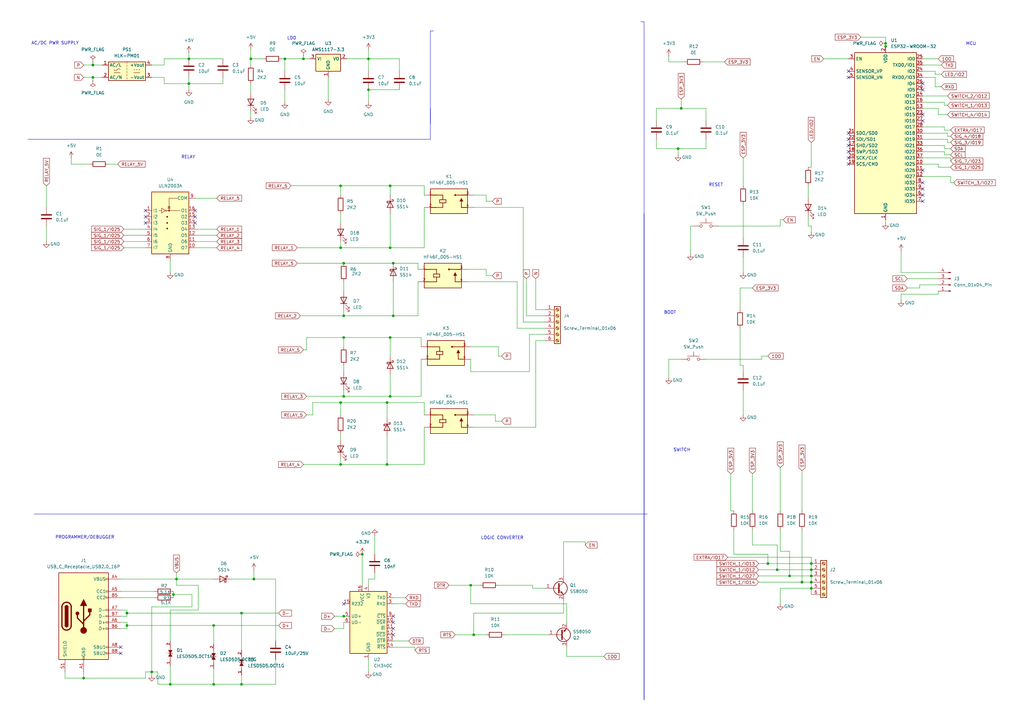
<source format=kicad_sch>
(kicad_sch (version 20250114) (generator "eeschema") (generator_version "9.0")
  (paper "A3")
  (title_block (title "home automation with ESP32") (comment 1 "done by harshitha bai c"))
  (lib_symbols
    (symbol "Connector:Conn_01x04_Pin" (pin_names (offset 1.016) (hide yes))
      (property "Reference" "J" (at 0 5.08 0))
      (property "Value" "Conn_01x04_Pin" (at 0 -7.62 0))
      (symbol "Conn_01x04_Pin_1_1"
        (pin passive line (at 5.08 2.54 180) (length 3.81) (name "Pin_1") (number "1"))
        (pin passive line (at 5.08 0 180) (length 3.81) (name "Pin_2") (number "2"))
        (pin passive line (at 5.08 -2.54 180) (length 3.81) (name "Pin_3") (number "3"))
        (pin passive line (at 5.08 -5.08 180) (length 3.81) (name "Pin_4") (number "4"))
      )
    )
    (symbol "Connector:Screw_Terminal_01x06" (pin_names (offset 1.016) (hide yes))
      (property "Reference" "J" (at 0 7.62 0))
      (property "Value" "Screw_Terminal_01x06" (at 0 -10.16 0))
      (symbol "Screw_Terminal_01x06_1_1"
        (pin passive line (at -5.08 5.08 0) (length 3.81) (name "Pin_1") (number "1"))
        (pin passive line (at -5.08 2.54 0) (length 3.81) (name "Pin_2") (number "2"))
        (pin passive line (at -5.08 0 0) (length 3.81) (name "Pin_3") (number "3"))
        (pin passive line (at -5.08 -2.54 0) (length 3.81) (name "Pin_4") (number "4"))
        (pin passive line (at -5.08 -5.08 0) (length 3.81) (name "Pin_5") (number "5"))
        (pin passive line (at -5.08 -7.62 0) (length 3.81) (name "Pin_6") (number "6"))
      )
    )
    (symbol "Connector:USB_C_Receptacle_USB2.0_16P" (pin_names (offset 1.016))
      (property "Reference" "J" (at 0 22.225 0))
      (property "Value" "USB_C_Receptacle_USB2.0_16P" (at 0 19.685 0))
      (symbol "USB_C_Receptacle_USB2.0_16P_1_1"
        (pin passive line (at -7.62 -22.86 90) (length 5.08) (name "SHIELD") (number "S1"))
        (pin passive line (at 0 -22.86 90) (length 5.08) (name "GND") (number "A1"))
        (pin passive line (at 0 -22.86 90) (length 5.08) (hide yes) (name "GND") (number "A12"))
        (pin passive line (at 0 -22.86 90) (length 5.08) (hide yes) (name "GND") (number "B1"))
        (pin passive line (at 0 -22.86 90) (length 5.08) (hide yes) (name "GND") (number "B12"))
        (pin passive line (at 15.24 15.24 180) (length 5.08) (name "VBUS") (number "A4"))
        (pin passive line (at 15.24 15.24 180) (length 5.08) (hide yes) (name "VBUS") (number "A9"))
        (pin passive line (at 15.24 15.24 180) (length 5.08) (hide yes) (name "VBUS") (number "B4"))
        (pin passive line (at 15.24 15.24 180) (length 5.08) (hide yes) (name "VBUS") (number "B9"))
        (pin bidirectional line (at 15.24 10.16 180) (length 5.08) (name "CC1") (number "A5"))
        (pin bidirectional line (at 15.24 7.62 180) (length 5.08) (name "CC2") (number "B5"))
        (pin bidirectional line (at 15.24 2.54 180) (length 5.08) (name "D-") (number "A7"))
        (pin bidirectional line (at 15.24 0 180) (length 5.08) (name "D-") (number "B7"))
        (pin bidirectional line (at 15.24 -2.54 180) (length 5.08) (name "D+") (number "A6"))
        (pin bidirectional line (at 15.24 -5.08 180) (length 5.08) (name "D+") (number "B6"))
        (pin bidirectional line (at 15.24 -12.7 180) (length 5.08) (name "SBU1") (number "A8"))
        (pin bidirectional line (at 15.24 -15.24 180) (length 5.08) (name "SBU2") (number "B8"))
      )
    )
    (symbol "Converter_ACDC:HLK-PM01"
      (property "Reference" "PS" (at 0 5.08 0))
      (property "Value" "HLK-PM01" (at 0 -5.08 0))
      (symbol "HLK-PM01_1_1"
        (pin power_in line (at -10.16 2.54 0) (length 2.54) (name "AC/L") (number "1"))
        (pin power_in line (at -10.16 -2.54 0) (length 2.54) (name "AC/N") (number "2"))
        (pin power_out line (at 10.16 2.54 180) (length 2.54) (name "+Vout") (number "4"))
        (pin power_out line (at 10.16 -2.54 180) (length 2.54) (name "-Vout") (number "3"))
      )
    )
    (symbol "Device:C" (pin_numbers (hide yes)) (pin_names (offset 0.254))
      (property "Reference" "C" (at 0.635 2.54 0))
      (property "Value" "C" (at 0.635 -2.54 0))
      (symbol "C_1_1"
        (pin passive line (at 0 3.81 270) (length 2.794) (name "~") (number "1"))
        (pin passive line (at 0 -3.81 90) (length 2.794) (name "~") (number "2"))
      )
    )
    (symbol "Device:LED" (pin_numbers (hide yes)) (pin_names (offset 1.016) (hide yes))
      (property "Reference" "D" (at 0 2.54 0))
      (property "Value" "LED" (at 0 -2.54 0))
      (symbol "LED_1_1"
        (pin passive line (at -3.81 0 0) (length 2.54) (name "K") (number "1"))
        (pin passive line (at 3.81 0 180) (length 2.54) (name "A") (number "2"))
      )
    )
    (symbol "Device:R" (pin_numbers (hide yes)) (pin_names (offset 0))
      (property "Reference" "R" (at 2.032 0 90))
      (property "Value" "R" (at 0 0 90))
      (symbol "R_1_1"
        (pin passive line (at 0 3.81 270) (length 1.27) (name "~") (number "1"))
        (pin passive line (at 0 -3.81 90) (length 1.27) (name "~") (number "2"))
      )
    )
    (symbol "Diode:SS14" (pin_numbers (hide yes)) (pin_names (offset 1.016) (hide yes))
      (property "Reference" "D" (at 0 2.54 0))
      (property "Value" "SS14" (at 0 -2.54 0))
      (symbol "SS14_1_1"
        (pin passive line (at -3.81 0 0) (length 2.54) (name "K") (number "1"))
        (pin passive line (at 3.81 0 180) (length 2.54) (name "A") (number "2"))
      )
    )
    (symbol "HF46F_005-HS1:HF46F_005-HS1" (pin_names (offset 1.016))
      (property "Reference" "K" (at -7.62 6.35 0))
      (property "Value" "HF46F_005-HS1" (at -7.62 -7.62 0))
      (symbol "HF46F_005-HS1_0_0"
        (pin passive line (at -10.16 2.54 0) (length 5.08) (name "~") (number "1"))
        (pin passive line (at -10.16 -2.54 0) (length 5.08) (name "~") (number "2"))
        (pin passive line (at 10.16 2.54 180) (length 5.08) (name "~") (number "3"))
        (pin passive line (at 10.16 -2.54 180) (length 5.08) (name "~") (number "4"))
      )
    )
    (symbol "Interface_USB:CH340C"
      (property "Reference" "U" (at -5.08 13.97 0))
      (property "Value" "CH340C" (at 1.27 13.97 0))
      (symbol "CH340C_1_1"
        (pin input line (at -10.16 7.62 0) (length 2.54) (name "R232") (number "15"))
        (pin bidirectional line (at -10.16 2.54 0) (length 2.54) (name "UD+") (number "5"))
        (pin bidirectional line (at -10.16 0 0) (length 2.54) (name "UD-") (number "6"))
        (pin no_connect line (at -7.62 -5.08 0) (length 2.54) (hide yes) (name "NC") (number "7"))
        (pin no_connect line (at -7.62 -7.62 0) (length 2.54) (hide yes) (name "NC") (number "8"))
        (pin power_in line (at -2.54 15.24 270) (length 2.54) (name "VCC") (number "16"))
        (pin power_out line (at 0 15.24 270) (length 2.54) (name "V3") (number "4"))
        (pin power_in line (at 0 -15.24 90) (length 2.54) (name "GND") (number "1"))
        (pin output line (at 10.16 10.16 180) (length 2.54) (name "TXD") (number "2"))
        (pin input line (at 10.16 7.62 180) (length 2.54) (name "RXD") (number "3"))
        (pin input line (at 10.16 2.54 180) (length 2.54) (name "~{CTS}") (number "9"))
        (pin input line (at 10.16 0 180) (length 2.54) (name "~{DSR}") (number "10"))
        (pin input line (at 10.16 -2.54 180) (length 2.54) (name "~{RI}") (number "11"))
        (pin input line (at 10.16 -5.08 180) (length 2.54) (name "~{DCD}") (number "12"))
        (pin output line (at 10.16 -7.62 180) (length 2.54) (name "~{DTR}") (number "13"))
        (pin output line (at 10.16 -10.16 180) (length 2.54) (name "~{RTS}") (number "14"))
      )
    )
    (symbol "LESD5D5.0CT1G:LESD5D5.0CT1G" (pin_names (offset 1.016))
      (property "Reference" "D" (at -5.08 2.54 0))
      (property "Value" "LESD5D5.0CT1G" (at -5.08 -5.08 0))
      (symbol "LESD5D5.0CT1G_0_0"
        (pin passive line (at -5.08 0 0) (length 2.54) (name "~") (number "1"))
        (pin passive line (at 5.08 0 180) (length 2.54) (name "~") (number "2"))
      )
    )
    (symbol "RF_Module:ESP32-WROOM-32"
      (property "Reference" "U" (at -12.7 34.29 0))
      (property "Value" "ESP32-WROOM-32" (at 1.27 34.29 0))
      (symbol "ESP32-WROOM-32_1_1"
        (pin input line (at -15.24 30.48 0) (length 2.54) (name "EN") (number "3"))
        (pin input line (at -15.24 25.4 0) (length 2.54) (name "SENSOR_VP") (number "4"))
        (pin input line (at -15.24 22.86 0) (length 2.54) (name "SENSOR_VN") (number "5"))
        (pin bidirectional line (at -15.24 0 0) (length 2.54) (name "SDO/SD0") (number "21"))
        (pin bidirectional line (at -15.24 -2.54 0) (length 2.54) (name "SDI/SD1") (number "22"))
        (pin bidirectional line (at -15.24 -5.08 0) (length 2.54) (name "SHD/SD2") (number "17"))
        (pin bidirectional line (at -15.24 -7.62 0) (length 2.54) (name "SWP/SD3") (number "18"))
        (pin bidirectional line (at -15.24 -10.16 0) (length 2.54) (name "SCK/CLK") (number "20"))
        (pin bidirectional line (at -15.24 -12.7 0) (length 2.54) (name "SCS/CMD") (number "19"))
        (pin no_connect line (at -12.7 -27.94 0) (length 2.54) (hide yes) (name "NC") (number "32"))
        (pin power_in line (at 0 35.56 270) (length 2.54) (name "VDD") (number "2"))
        (pin power_in line (at 0 -35.56 90) (length 2.54) (name "GND") (number "1"))
        (pin passive line (at 0 -35.56 90) (length 2.54) (hide yes) (name "GND") (number "15"))
        (pin passive line (at 0 -35.56 90) (length 2.54) (hide yes) (name "GND") (number "38"))
        (pin passive line (at 0 -35.56 90) (length 2.54) (hide yes) (name "GND") (number "39"))
        (pin bidirectional line (at 15.24 30.48 180) (length 2.54) (name "IO0") (number "25"))
        (pin bidirectional line (at 15.24 27.94 180) (length 2.54) (name "TXD0/IO1") (number "35"))
        (pin bidirectional line (at 15.24 25.4 180) (length 2.54) (name "IO2") (number "24"))
        (pin bidirectional line (at 15.24 22.86 180) (length 2.54) (name "RXD0/IO3") (number "34"))
        (pin bidirectional line (at 15.24 20.32 180) (length 2.54) (name "IO4") (number "26"))
        (pin bidirectional line (at 15.24 17.78 180) (length 2.54) (name "IO5") (number "29"))
        (pin bidirectional line (at 15.24 15.24 180) (length 2.54) (name "IO12") (number "14"))
        (pin bidirectional line (at 15.24 12.7 180) (length 2.54) (name "IO13") (number "16"))
        (pin bidirectional line (at 15.24 10.16 180) (length 2.54) (name "IO14") (number "13"))
        (pin bidirectional line (at 15.24 7.62 180) (length 2.54) (name "IO15") (number "23"))
        (pin bidirectional line (at 15.24 5.08 180) (length 2.54) (name "IO16") (number "27"))
        (pin bidirectional line (at 15.24 2.54 180) (length 2.54) (name "IO17") (number "28"))
        (pin bidirectional line (at 15.24 0 180) (length 2.54) (name "IO18") (number "30"))
        (pin bidirectional line (at 15.24 -2.54 180) (length 2.54) (name "IO19") (number "31"))
        (pin bidirectional line (at 15.24 -5.08 180) (length 2.54) (name "IO21") (number "33"))
        (pin bidirectional line (at 15.24 -7.62 180) (length 2.54) (name "IO22") (number "36"))
        (pin bidirectional line (at 15.24 -10.16 180) (length 2.54) (name "IO23") (number "37"))
        (pin bidirectional line (at 15.24 -12.7 180) (length 2.54) (name "IO25") (number "10"))
        (pin bidirectional line (at 15.24 -15.24 180) (length 2.54) (name "IO26") (number "11"))
        (pin bidirectional line (at 15.24 -17.78 180) (length 2.54) (name "IO27") (number "12"))
        (pin bidirectional line (at 15.24 -20.32 180) (length 2.54) (name "IO32") (number "8"))
        (pin bidirectional line (at 15.24 -22.86 180) (length 2.54) (name "IO33") (number "9"))
        (pin input line (at 15.24 -25.4 180) (length 2.54) (name "IO34") (number "6"))
        (pin input line (at 15.24 -27.94 180) (length 2.54) (name "IO35") (number "7"))
      )
    )
    (symbol "Regulator_Linear:AMS1117-3.3"
      (property "Reference" "U" (at -3.81 3.175 0))
      (property "Value" "AMS1117-3.3" (at 0 3.175 0))
      (symbol "AMS1117-3.3_1_1"
        (pin power_in line (at -7.62 0 0) (length 2.54) (name "VI") (number "3"))
        (pin power_in line (at 0 -7.62 90) (length 2.54) (name "GND") (number "1"))
        (pin power_out line (at 7.62 0 180) (length 2.54) (name "VO") (number "2"))
      )
    )
    (symbol "Switch:SW_Push" (pin_numbers (hide yes)) (pin_names (offset 1.016) (hide yes))
      (property "Reference" "SW" (at 1.27 2.54 0))
      (property "Value" "SW_Push" (at 0 -1.524 0))
      (symbol "SW_Push_0_1"
        (pin passive line (at -5.08 0 0) (length 2.54) (name "1") (number "1"))
        (pin passive line (at 5.08 0 180) (length 2.54) (name "2") (number "2"))
      )
    )
    (symbol "Transistor_Array:ULN2003A"
      (property "Reference" "U" (at 0 15.875 0))
      (property "Value" "ULN2003A" (at 0 13.97 0))
      (symbol "ULN2003A_1_1"
        (pin input line (at -10.16 5.08 0) (length 2.54) (name "I1") (number "1"))
        (pin input line (at -10.16 2.54 0) (length 2.54) (name "I2") (number "2"))
        (pin input line (at -10.16 0 0) (length 2.54) (name "I3") (number "3"))
        (pin input line (at -10.16 -2.54 0) (length 2.54) (name "I4") (number "4"))
        (pin input line (at -10.16 -5.08 0) (length 2.54) (name "I5") (number "5"))
        (pin input line (at -10.16 -7.62 0) (length 2.54) (name "I6") (number "6"))
        (pin input line (at -10.16 -10.16 0) (length 2.54) (name "I7") (number "7"))
        (pin power_in line (at 0 -15.24 90) (length 2.54) (name "GND") (number "8"))
        (pin passive line (at 10.16 10.16 180) (length 2.54) (name "COM") (number "9"))
        (pin open_collector line (at 10.16 5.08 180) (length 2.54) (name "O1") (number "16"))
        (pin open_collector line (at 10.16 2.54 180) (length 2.54) (name "O2") (number "15"))
        (pin open_collector line (at 10.16 0 180) (length 2.54) (name "O3") (number "14"))
        (pin open_collector line (at 10.16 -2.54 180) (length 2.54) (name "O4") (number "13"))
        (pin open_collector line (at 10.16 -5.08 180) (length 2.54) (name "O5") (number "12"))
        (pin open_collector line (at 10.16 -7.62 180) (length 2.54) (name "O6") (number "11"))
        (pin open_collector line (at 10.16 -10.16 180) (length 2.54) (name "O7") (number "10"))
      )
    )
    (symbol "Transistor_BJT:SS8050" (pin_names (offset 0) (hide yes))
      (property "Reference" "Q" (at 5.08 1.905 0))
      (property "Value" "SS8050" (at 5.08 0 0))
      (symbol "SS8050_1_1"
        (pin input line (at -5.08 0 0) (length 2.54) (name "B") (number "1"))
        (pin passive line (at 2.54 5.08 270) (length 2.54) (name "C") (number "3"))
        (pin passive line (at 2.54 -5.08 90) (length 2.54) (name "E") (number "2"))
      )
    )
    (symbol "power:+3.3V" (power) (pin_numbers (hide yes)) (pin_names (offset 0) (hide yes))
      (property "Value" "+3.3V" (at 0 3.556 0))
      (symbol "+3.3V_1_1"
        (pin power_in line (at 0 0 90) (length 0) (name "~") (number "1"))
      )
    )
    (symbol "power:+3V3" (power) (pin_numbers (hide yes)) (pin_names (offset 0) (hide yes))
      (property "Value" "+3V3" (at 0 3.556 0))
      (symbol "+3V3_1_1"
        (pin power_in line (at 0 0 90) (length 0) (name "~") (number "1"))
      )
    )
    (symbol "power:+5V" (power) (pin_numbers (hide yes)) (pin_names (offset 0) (hide yes))
      (property "Value" "+5V" (at 0 3.556 0))
      (symbol "+5V_1_1"
        (pin power_in line (at 0 0 90) (length 0) (name "~") (number "1"))
      )
    )
    (symbol "power:GND" (power) (pin_numbers (hide yes)) (pin_names (offset 0) (hide yes))
      (property "Value" "GND" (at 0 -3.81 0))
      (symbol "GND_1_1"
        (pin power_in line (at 0 0 270) (length 0) (name "~") (number "1"))
      )
    )
    (symbol "power:PWR_FLAG" (power) (pin_numbers (hide yes)) (pin_names (offset 0) (hide yes))
      (property "Value" "PWR_FLAG" (at 0 3.81 0))
      (symbol "PWR_FLAG_0_0"
        (pin power_out line (at 0 0 90) (length 0) (name "~") (number "1"))
      )
    )
  )
  (text "AC/DC PWR SUPPLY\n" (at 22.606 17.78 0) (effects (font (size 1.27 1.27))))
  (text "LDO\n" (at 119.634 15.748 0) (effects (font (size 1.27 1.27))))
  (text "BOOT\n" (at 274.828 128.27 0) (effects (font (size 1.27 1.27))))
  (text "RESET" (at 293.624 75.946 0) (effects (font (size 1.27 1.27))))
  (text "RELAY" (at 77.216 64.516 0) (effects (font (size 1.27 1.27))))
  (text "PROGRAMMER/DEBUGGER" (at 34.798 220.472 0) (effects (font (size 1.27 1.27))))
  (text "LOGIC CONVERTER" (at 205.994 220.726 0) (effects (font (size 1.27 1.27))))
  (text "MCU" (at 398.272 18.034 0) (effects (font (size 1.27 1.27))))
  (text "SWITCH" (at 279.654 184.658 0) (effects (font (size 1.27 1.27))))
  (junction (at 314.96 231.14))
  (junction (at 104.14 237.49))
  (junction (at 69.85 280.67))
  (junction (at 160.02 138.43))
  (junction (at 148.59 227.33))
  (junction (at 99.06 251.46))
  (junction (at 116.84 24.13))
  (junction (at 332.74 231.14))
  (junction (at 151.13 36.83))
  (junction (at 161.29 129.54))
  (junction (at 140.97 129.54))
  (junction (at 139.7 165.1))
  (junction (at 87.63 280.67))
  (junction (at 318.77 233.68))
  (junction (at 52.07 256.54))
  (junction (at 140.97 138.43))
  (junction (at 161.29 107.95))
  (junction (at 124.46 24.13))
  (junction (at 140.97 162.56))
  (junction (at 328.93 238.76))
  (junction (at 158.75 190.5))
  (junction (at 102.87 24.13))
  (junction (at 193.04 240.03))
  (junction (at 151.13 24.13))
  (junction (at 160.02 162.56))
  (junction (at 140.97 107.95))
  (junction (at 332.74 236.22))
  (junction (at 99.06 280.67))
  (junction (at 139.7 76.2))
  (junction (at 77.47 34.29))
  (junction (at 332.74 241.3))
  (junction (at 363.22 17.78))
  (junction (at 77.47 24.13))
  (junction (at 38.1 31.75))
  (junction (at 87.63 256.54))
  (junction (at 160.02 76.2))
  (junction (at 62.23 275.59))
  (junction (at 332.74 238.76))
  (junction (at 363.22 19.05))
  (junction (at 38.1 26.67))
  (junction (at 194.31 260.35))
  (junction (at 72.39 237.49))
  (junction (at 52.07 251.46))
  (junction (at 323.85 236.22))
  (junction (at 34.29 278.13))
  (junction (at 71.12 243.84))
  (junction (at 160.02 101.6))
  (junction (at 158.75 165.1))
  (junction (at 279.4 44.45))
  (junction (at 140.97 252.73))
  (junction (at 278.13 60.96))
  (junction (at 139.7 190.5))
  (junction (at 139.7 101.6))
  (junction (at 332.74 233.68))
  (no_connect (at 59.69 88.9))
  (no_connect (at 80.01 88.9))
  (no_connect (at 347.98 57.15))
  (no_connect (at 378.46 82.55))
  (no_connect (at 347.98 54.61))
  (no_connect (at 59.69 86.36))
  (no_connect (at 347.98 64.77))
  (no_connect (at 161.29 252.73))
  (no_connect (at 80.01 86.36))
  (no_connect (at 161.29 255.27))
  (no_connect (at 378.46 69.85))
  (no_connect (at 59.69 91.44))
  (no_connect (at 378.46 36.83))
  (no_connect (at 161.29 260.35))
  (no_connect (at 378.46 46.99))
  (no_connect (at 49.53 267.97))
  (no_connect (at 80.01 91.44))
  (no_connect (at 378.46 80.01))
  (no_connect (at 378.46 34.29))
  (no_connect (at 49.53 265.43))
  (no_connect (at 347.98 59.69))
  (no_connect (at 347.98 67.31))
  (no_connect (at 378.46 49.53))
  (no_connect (at 161.29 257.81))
  (no_connect (at 140.97 247.65))
  (no_connect (at 347.98 31.75))
  (no_connect (at 347.98 62.23))
  (no_connect (at 378.46 74.93))
  (no_connect (at 347.98 29.21))
  (no_connect (at 378.46 77.47))
  (wire (pts (xy 52.07 250.19) (xy 52.07 251.46)))
  (wire (pts (xy 78.74 243.84) (xy 71.12 243.84)))
  (wire (pts (xy 332.74 228.6) (xy 332.74 231.14)))
  (wire (pts (xy 194.31 170.18) (xy 203.2 170.18)))
  (wire (pts (xy 160.02 162.56) (xy 172.72 162.56)))
  (wire (pts (xy 116.84 36.83) (xy 116.84 41.91)))
  (wire (pts (xy 173.99 85.09) (xy 173.99 101.6)))
  (wire (pts (xy 311.15 238.76) (xy 328.93 238.76)))
  (wire (pts (xy 363.22 90.17) (xy 363.22 91.44)))
  (wire (pts (xy 378.46 39.37) (xy 388.62 39.37)))
  (wire (pts (xy 194.31 251.46) (xy 194.31 260.35)))
  (wire (pts (xy 160.02 87.63) (xy 160.02 101.6)))
  (wire (pts (xy 171.45 129.54) (xy 171.45 115.57)))
  (wire (pts (xy 387.35 63.5) (xy 389.89 63.5)))
  (polyline (pts (xy 13.97 210.82) (xy 265.43 210.82)))
  (wire (pts (xy 303.53 118.11) (xy 308.61 118.11)))
  (wire (pts (xy 171.45 107.95) (xy 171.45 110.49)))
  (wire (pts (xy 269.24 57.15) (xy 269.24 60.96)))
  (wire (pts (xy 353.06 15.24) (xy 363.22 15.24)))
  (wire (pts (xy 191.77 110.49) (xy 199.39 110.49)))
  (polyline (pts (xy 264.16 87.63) (xy 264.16 287.02)))
  (wire (pts (xy 384.81 111.76) (xy 369.57 111.76)))
  (wire (pts (xy 160.02 101.6) (xy 139.7 101.6)))
  (wire (pts (xy 232.41 269.24) (xy 247.65 269.24)))
  (wire (pts (xy 387.35 62.23) (xy 387.35 63.5)))
  (wire (pts (xy 199.39 80.01) (xy 199.39 82.55)))
  (wire (pts (xy 153.67 237.49) (xy 153.67 234.95)))
  (wire (pts (xy 278.13 60.96) (xy 278.13 63.5)))
  (wire (pts (xy 121.92 107.95) (xy 140.97 107.95)))
  (wire (pts (xy 363.22 20.32) (xy 363.22 19.05)))
  (wire (pts (xy 124.46 22.86) (xy 124.46 24.13)))
  (wire (pts (xy 363.22 15.24) (xy 363.22 17.78)))
  (wire (pts (xy 304.8 83.82) (xy 304.8 97.79)))
  (wire (pts (xy 204.47 142.24) (xy 204.47 146.05)))
  (wire (pts (xy 332.74 68.58) (xy 331.47 68.58)))
  (wire (pts (xy 332.74 231.14) (xy 332.74 233.68)))
  (wire (pts (xy 388.62 54.61) (xy 388.62 55.88)))
  (wire (pts (xy 160.02 101.6) (xy 173.99 101.6)))
  (wire (pts (xy 389.89 72.39) (xy 389.89 74.93)))
  (wire (pts (xy 384.81 46.99) (xy 388.62 46.99)))
  (wire (pts (xy 303.53 134.62) (xy 303.53 149.86)))
  (polyline (pts (xy 176.53 57.15) (xy 176.53 44.45)))
  (wire (pts (xy 50.8 96.52) (xy 59.69 96.52)))
  (wire (pts (xy 378.46 72.39) (xy 389.89 72.39)))
  (wire (pts (xy 69.85 273.05) (xy 69.85 280.67)))
  (wire (pts (xy 140.97 162.56) (xy 160.02 162.56)))
  (wire (pts (xy 214.63 85.09) (xy 214.63 132.08)))
  (wire (pts (xy 274.32 22.86) (xy 274.32 25.4)))
  (wire (pts (xy 67.31 31.75) (xy 67.31 34.29)))
  (wire (pts (xy 140.97 138.43) (xy 125.73 138.43)))
  (wire (pts (xy 151.13 237.49) (xy 153.67 237.49)))
  (wire (pts (xy 161.29 247.65) (xy 166.37 247.65)))
  (wire (pts (xy 140.97 257.81) (xy 140.97 255.27)))
  (wire (pts (xy 34.29 275.59) (xy 34.29 278.13)))
  (wire (pts (xy 284.48 92.71) (xy 283.21 92.71)))
  (wire (pts (xy 137.16 257.81) (xy 140.97 257.81)))
  (wire (pts (xy 49.53 237.49) (xy 72.39 237.49)))
  (wire (pts (xy 158.75 165.1) (xy 158.75 171.45)))
  (wire (pts (xy 389.89 74.93) (xy 391.16 74.93)))
  (wire (pts (xy 384.81 67.31) (xy 384.81 68.58)))
  (wire (pts (xy 323.85 236.22) (xy 332.74 236.22)))
  (wire (pts (xy 215.9 129.54) (xy 223.52 129.54)))
  (wire (pts (xy 323.85 226.06) (xy 323.85 236.22)))
  (wire (pts (xy 331.47 88.9) (xy 331.47 92.71)))
  (wire (pts (xy 194.31 260.35) (xy 199.39 260.35)))
  (wire (pts (xy 80.01 99.06) (xy 88.9 99.06)))
  (wire (pts (xy 62.23 275.59) (xy 62.23 248.92)))
  (wire (pts (xy 38.1 31.75) (xy 41.91 31.75)))
  (wire (pts (xy 173.99 165.1) (xy 158.75 165.1)))
  (wire (pts (xy 139.7 177.8) (xy 139.7 180.34)))
  (wire (pts (xy 369.57 120.65) (xy 384.81 120.65)))
  (wire (pts (xy 59.69 278.13) (xy 59.69 275.59)))
  (wire (pts (xy 116.84 24.13) (xy 116.84 29.21)))
  (wire (pts (xy 161.29 107.95) (xy 171.45 107.95)))
  (wire (pts (xy 378.46 52.07) (xy 387.35 52.07)))
  (wire (pts (xy 161.29 262.89) (xy 167.64 262.89)))
  (wire (pts (xy 193.04 240.03) (xy 196.85 240.03)))
  (wire (pts (xy 387.35 53.34) (xy 389.89 53.34)))
  (wire (pts (xy 320.04 217.17) (xy 320.04 226.06)))
  (wire (pts (xy 212.09 134.62) (xy 223.52 134.62)))
  (wire (pts (xy 378.46 67.31) (xy 384.81 67.31)))
  (wire (pts (xy 304.8 149.86) (xy 304.8 152.4)))
  (wire (pts (xy 128.27 165.1) (xy 128.27 170.18)))
  (wire (pts (xy 363.22 17.78) (xy 363.22 19.05)))
  (wire (pts (xy 387.35 43.18) (xy 388.62 43.18)))
  (wire (pts (xy 142.24 24.13) (xy 151.13 24.13)))
  (wire (pts (xy 274.32 154.94) (xy 274.32 147.32)))
  (wire (pts (xy 124.46 190.5) (xy 139.7 190.5)))
  (wire (pts (xy 139.7 165.1) (xy 128.27 165.1)))
  (wire (pts (xy 387.35 52.07) (xy 387.35 53.34)))
  (wire (pts (xy 311.15 233.68) (xy 318.77 233.68)))
  (wire (pts (xy 173.99 175.26) (xy 173.99 190.5)))
  (wire (pts (xy 328.93 238.76) (xy 332.74 238.76)))
  (polyline (pts (xy 11.43 57.15) (xy 176.53 57.15)))
  (wire (pts (xy 113.03 237.49) (xy 104.14 237.49)))
  (wire (pts (xy 50.8 99.06) (xy 59.69 99.06)))
  (wire (pts (xy 151.13 29.21) (xy 151.13 24.13)))
  (wire (pts (xy 314.96 227.33) (xy 314.96 231.14)))
  (wire (pts (xy 219.71 175.26) (xy 219.71 139.7)))
  (wire (pts (xy 199.39 110.49) (xy 199.39 113.03)))
  (wire (pts (xy 44.45 67.31) (xy 48.26 67.31)))
  (wire (pts (xy 49.53 250.19) (xy 52.07 250.19)))
  (wire (pts (xy 232.41 247.65) (xy 193.04 247.65)))
  (wire (pts (xy 139.7 165.1) (xy 139.7 170.18)))
  (wire (pts (xy 308.61 194.31) (xy 308.61 209.55)))
  (wire (pts (xy 289.56 44.45) (xy 289.56 49.53)))
  (wire (pts (xy 207.01 260.35) (xy 224.79 260.35)))
  (wire (pts (xy 378.46 62.23) (xy 387.35 62.23)))
  (wire (pts (xy 113.03 280.67) (xy 99.06 280.67)))
  (wire (pts (xy 87.63 274.32) (xy 87.63 280.67)))
  (wire (pts (xy 102.87 34.29) (xy 102.87 38.1)))
  (wire (pts (xy 67.31 24.13) (xy 77.47 24.13)))
  (wire (pts (xy 52.07 251.46) (xy 99.06 251.46)))
  (wire (pts (xy 151.13 20.32) (xy 151.13 24.13)))
  (wire (pts (xy 160.02 153.67) (xy 160.02 162.56)))
  (wire (pts (xy 331.47 92.71) (xy 332.74 92.71)))
  (wire (pts (xy 388.62 58.42) (xy 389.89 58.42)))
  (wire (pts (xy 78.74 248.92) (xy 78.74 243.84)))
  (wire (pts (xy 67.31 26.67) (xy 67.31 24.13)))
  (wire (pts (xy 49.53 257.81) (xy 52.07 257.81)))
  (wire (pts (xy 318.77 233.68) (xy 332.74 233.68)))
  (wire (pts (xy 140.97 129.54) (xy 161.29 129.54)))
  (wire (pts (xy 139.7 187.96) (xy 139.7 190.5)))
  (wire (pts (xy 269.24 60.96) (xy 278.13 60.96)))
  (wire (pts (xy 320.04 90.17) (xy 321.31 90.17)))
  (wire (pts (xy 69.85 106.68) (xy 69.85 111.76)))
  (wire (pts (xy 219.71 139.7) (xy 223.52 139.7)))
  (wire (pts (xy 274.32 25.4) (xy 280.67 25.4)))
  (wire (pts (xy 212.09 115.57) (xy 212.09 134.62)))
  (wire (pts (xy 50.8 101.6) (xy 59.69 101.6)))
  (wire (pts (xy 274.32 147.32) (xy 279.4 147.32)))
  (wire (pts (xy 38.1 26.67) (xy 41.91 26.67)))
  (wire (pts (xy 80.01 81.28) (xy 88.9 81.28)))
  (wire (pts (xy 173.99 170.18) (xy 173.99 165.1)))
  (wire (pts (xy 231.14 236.22) (xy 231.14 222.25)))
  (wire (pts (xy 304.8 64.77) (xy 304.8 76.2)))
  (wire (pts (xy 378.46 44.45) (xy 384.81 44.45)))
  (wire (pts (xy 384.81 68.58) (xy 389.89 68.58)))
  (wire (pts (xy 153.67 219.71) (xy 153.67 227.33)))
  (wire (pts (xy 184.15 240.03) (xy 193.04 240.03)))
  (wire (pts (xy 115.57 24.13) (xy 116.84 24.13)))
  (wire (pts (xy 300.99 217.17) (xy 300.99 227.33)))
  (wire (pts (xy 139.7 76.2) (xy 139.7 80.01)))
  (wire (pts (xy 52.07 252.73) (xy 49.53 252.73)))
  (wire (pts (xy 217.17 152.4) (xy 217.17 137.16)))
  (wire (pts (xy 312.42 146.05) (xy 314.96 146.05)))
  (wire (pts (xy 378.46 26.67) (xy 386.08 26.67)))
  (wire (pts (xy 99.06 266.7) (xy 99.06 251.46)))
  (wire (pts (xy 72.39 237.49) (xy 87.63 237.49)))
  (wire (pts (xy 240.03 222.25) (xy 240.03 223.52)))
  (wire (pts (xy 193.04 247.65) (xy 193.04 240.03)))
  (wire (pts (xy 217.17 137.16) (xy 223.52 137.16)))
  (wire (pts (xy 320.04 241.3) (xy 320.04 247.65)))
  (wire (pts (xy 283.21 92.71) (xy 283.21 104.14)))
  (wire (pts (xy 193.04 147.32) (xy 193.04 152.4)))
  (wire (pts (xy 193.04 152.4) (xy 217.17 152.4)))
  (wire (pts (xy 160.02 76.2) (xy 139.7 76.2)))
  (wire (pts (xy 219.71 127) (xy 223.52 127)))
  (wire (pts (xy 186.69 260.35) (xy 194.31 260.35)))
  (wire (pts (xy 134.62 31.75) (xy 134.62 40.64)))
  (wire (pts (xy 203.2 172.72) (xy 205.74 172.72)))
  (wire (pts (xy 332.74 92.71) (xy 332.74 95.25)))
  (wire (pts (xy 191.77 115.57) (xy 212.09 115.57)))
  (wire (pts (xy 140.97 107.95) (xy 161.29 107.95)))
  (wire (pts (xy 52.07 251.46) (xy 52.07 252.73)))
  (wire (pts (xy 140.97 149.86) (xy 140.97 152.4)))
  (wire (pts (xy 304.8 160.02) (xy 304.8 170.18)))
  (wire (pts (xy 95.25 237.49) (xy 104.14 237.49)))
  (wire (pts (xy 163.83 29.21) (xy 163.83 24.13)))
  (wire (pts (xy 160.02 76.2) (xy 160.02 80.01)))
  (wire (pts (xy 288.29 25.4) (xy 297.18 25.4)))
  (wire (pts (xy 378.46 41.91) (xy 387.35 41.91)))
  (wire (pts (xy 199.39 113.03) (xy 201.93 113.03)))
  (wire (pts (xy 113.03 270.51) (xy 113.03 280.67)))
  (wire (pts (xy 320.04 191.77) (xy 320.04 209.55)))
  (wire (pts (xy 303.53 149.86) (xy 304.8 149.86)))
  (wire (pts (xy 116.84 24.13) (xy 124.46 24.13)))
  (wire (pts (xy 26.67 278.13) (xy 34.29 278.13)))
  (wire (pts (xy 389.89 64.77) (xy 389.89 66.04)))
  (wire (pts (xy 77.47 36.83) (xy 77.47 34.29)))
  (wire (pts (xy 121.92 101.6) (xy 139.7 101.6)))
  (wire (pts (xy 204.47 146.05) (xy 205.74 146.05)))
  (wire (pts (xy 125.73 138.43) (xy 125.73 143.51)))
  (wire (pts (xy 378.46 64.77) (xy 389.89 64.77)))
  (wire (pts (xy 218.44 240.03) (xy 218.44 241.3)))
  (wire (pts (xy 140.97 115.57) (xy 140.97 119.38)))
  (wire (pts (xy 29.21 64.77) (xy 29.21 67.31)))
  (wire (pts (xy 69.85 262.89) (xy 69.85 250.19)))
  (wire (pts (xy 158.75 179.07) (xy 158.75 190.5)))
  (wire (pts (xy 378.46 29.21) (xy 383.54 29.21)))
  (wire (pts (xy 34.29 31.75) (xy 38.1 31.75)))
  (wire (pts (xy 64.77 280.67) (xy 64.77 275.59)))
  (wire (pts (xy 332.74 241.3) (xy 332.74 243.84)))
  (wire (pts (xy 331.47 76.2) (xy 331.47 81.28)))
  (wire (pts (xy 378.46 31.75) (xy 383.54 31.75)))
  (wire (pts (xy 378.46 24.13) (xy 384.81 24.13)))
  (wire (pts (xy 161.29 129.54) (xy 171.45 129.54)))
  (wire (pts (xy 299.72 209.55) (xy 300.99 209.55)))
  (wire (pts (xy 52.07 256.54) (xy 87.63 256.54)))
  (polyline (pts (xy 177.8 12.7) (xy 176.53 12.7)))
  (wire (pts (xy 308.61 223.52) (xy 318.77 223.52)))
  (wire (pts (xy 107.95 24.13) (xy 102.87 24.13)))
  (wire (pts (xy 160.02 138.43) (xy 140.97 138.43)))
  (wire (pts (xy 52.07 255.27) (xy 52.07 256.54)))
  (wire (pts (xy 113.03 262.89) (xy 113.03 237.49)))
  (wire (pts (xy 77.47 24.13) (xy 91.44 24.13)))
  (wire (pts (xy 99.06 251.46) (xy 114.3 251.46)))
  (wire (pts (xy 59.69 275.59) (xy 62.23 275.59)))
  (wire (pts (xy 62.23 276.86) (xy 62.23 275.59)))
  (wire (pts (xy 372.11 118.11) (xy 377.19 118.11)))
  (wire (pts (xy 161.29 245.11) (xy 166.37 245.11)))
  (wire (pts (xy 170.18 265.43) (xy 170.18 266.7)))
  (polyline (pts (xy 264.16 8.89) (xy 264.16 287.02)))
  (wire (pts (xy 91.44 31.75) (xy 91.44 34.29)))
  (wire (pts (xy 102.87 48.26) (xy 102.87 45.72)))
  (wire (pts (xy 87.63 256.54) (xy 87.63 264.16)))
  (wire (pts (xy 137.16 252.73) (xy 140.97 252.73)))
  (wire (pts (xy 38.1 31.75) (xy 38.1 33.02)))
  (wire (pts (xy 19.05 92.71) (xy 19.05 99.06)))
  (wire (pts (xy 64.77 275.59) (xy 62.23 275.59)))
  (wire (pts (xy 320.04 92.71) (xy 294.64 92.71)))
  (wire (pts (xy 62.23 26.67) (xy 67.31 26.67)))
  (wire (pts (xy 369.57 102.87) (xy 369.57 111.76)))
  (wire (pts (xy 151.13 36.83) (xy 163.83 36.83)))
  (wire (pts (xy 332.74 238.76) (xy 332.74 241.3)))
  (wire (pts (xy 173.99 80.01) (xy 173.99 76.2)))
  (wire (pts (xy 151.13 36.83) (xy 151.13 41.91)))
  (wire (pts (xy 87.63 280.67) (xy 69.85 280.67)))
  (wire (pts (xy 372.11 114.3) (xy 384.81 114.3)))
  (wire (pts (xy 172.72 138.43) (xy 160.02 138.43)))
  (wire (pts (xy 311.15 236.22) (xy 323.85 236.22)))
  (polyline (pts (xy 176.53 50.8) (xy 176.53 12.7)))
  (wire (pts (xy 232.41 255.27) (xy 232.41 247.65)))
  (wire (pts (xy 387.35 60.96) (xy 389.89 60.96)))
  (wire (pts (xy 289.56 147.32) (xy 312.42 147.32)))
  (wire (pts (xy 160.02 138.43) (xy 160.02 146.05)))
  (wire (pts (xy 77.47 34.29) (xy 91.44 34.29)))
  (wire (pts (xy 26.67 275.59) (xy 26.67 278.13)))
  (wire (pts (xy 158.75 190.5) (xy 173.99 190.5)))
  (wire (pts (xy 139.7 99.06) (xy 139.7 101.6)))
  (wire (pts (xy 314.96 231.14) (xy 332.74 231.14)))
  (wire (pts (xy 299.72 194.31) (xy 299.72 209.55)))
  (wire (pts (xy 308.61 217.17) (xy 308.61 223.52)))
  (wire (pts (xy 69.85 280.67) (xy 64.77 280.67)))
  (wire (pts (xy 72.39 240.03) (xy 72.39 237.49)))
  (wire (pts (xy 49.53 245.11) (xy 63.5 245.11)))
  (wire (pts (xy 388.62 55.88) (xy 389.89 55.88)))
  (wire (pts (xy 151.13 24.13) (xy 163.83 24.13)))
  (wire (pts (xy 38.1 25.4) (xy 38.1 26.67)))
  (wire (pts (xy 99.06 280.67) (xy 87.63 280.67)))
  (wire (pts (xy 173.99 76.2) (xy 160.02 76.2)))
  (wire (pts (xy 80.01 96.52) (xy 88.9 96.52)))
  (wire (pts (xy 151.13 240.03) (xy 151.13 237.49)))
  (wire (pts (xy 269.24 44.45) (xy 279.4 44.45)))
  (polyline (pts (xy 262.89 8.89) (xy 264.16 8.89)))
  (wire (pts (xy 80.01 93.98) (xy 88.9 93.98)))
  (wire (pts (xy 383.54 29.21) (xy 383.54 30.48)))
  (wire (pts (xy 19.05 76.2) (xy 19.05 85.09)))
  (wire (pts (xy 332.74 233.68) (xy 332.74 236.22)))
  (wire (pts (xy 71.12 243.84) (xy 71.12 245.11)))
  (wire (pts (xy 125.73 162.56) (xy 140.97 162.56)))
  (wire (pts (xy 214.63 132.08) (xy 223.52 132.08)))
  (wire (pts (xy 218.44 241.3) (xy 223.52 241.3)))
  (wire (pts (xy 369.57 123.19) (xy 369.57 120.65)))
  (wire (pts (xy 332.74 236.22) (xy 332.74 238.76)))
  (wire (pts (xy 199.39 82.55) (xy 201.93 82.55)))
  (wire (pts (xy 151.13 270.51) (xy 151.13 275.59)))
  (wire (pts (xy 172.72 142.24) (xy 172.72 138.43)))
  (wire (pts (xy 320.04 90.17) (xy 320.04 92.71)))
  (wire (pts (xy 311.15 231.14) (xy 314.96 231.14)))
  (wire (pts (xy 279.4 44.45) (xy 289.56 44.45)))
  (wire (pts (xy 161.29 115.57) (xy 161.29 129.54)))
  (wire (pts (xy 328.93 217.17) (xy 328.93 238.76)))
  (wire (pts (xy 67.31 34.29) (xy 77.47 34.29)))
  (wire (pts (xy 77.47 31.75) (xy 77.47 34.29)))
  (wire (pts (xy 231.14 222.25) (xy 240.03 222.25)))
  (wire (pts (xy 139.7 190.5) (xy 158.75 190.5)))
  (wire (pts (xy 99.06 276.86) (xy 99.06 280.67)))
  (wire (pts (xy 298.45 228.6) (xy 332.74 228.6)))
  (wire (pts (xy 289.56 60.96) (xy 289.56 57.15)))
  (wire (pts (xy 300.99 227.33) (xy 314.96 227.33)))
  (wire (pts (xy 80.01 101.6) (xy 88.9 101.6)))
  (wire (pts (xy 69.85 250.19) (xy 81.28 250.19)))
  (wire (pts (xy 388.62 57.15) (xy 388.62 58.42)))
  (wire (pts (xy 337.82 24.13) (xy 347.98 24.13)))
  (wire (pts (xy 318.77 223.52) (xy 318.77 233.68)))
  (wire (pts (xy 383.54 31.75) (xy 383.54 35.56)))
  (wire (pts (xy 194.31 175.26) (xy 219.71 175.26)))
  (wire (pts (xy 102.87 24.13) (xy 102.87 26.67)))
  (wire (pts (xy 81.28 240.03) (xy 72.39 240.03)))
  (wire (pts (xy 387.35 59.69) (xy 387.35 60.96)))
  (wire (pts (xy 269.24 49.53) (xy 269.24 44.45)))
  (wire (pts (xy 304.8 105.41) (xy 304.8 111.76)))
  (wire (pts (xy 320.04 226.06) (xy 323.85 226.06)))
  (wire (pts (xy 172.72 162.56) (xy 172.72 147.32)))
  (wire (pts (xy 194.31 85.09) (xy 214.63 85.09)))
  (wire (pts (xy 203.2 170.18) (xy 203.2 172.72)))
  (wire (pts (xy 303.53 127) (xy 303.53 118.11)))
  (wire (pts (xy 158.75 165.1) (xy 139.7 165.1)))
  (wire (pts (xy 378.46 59.69) (xy 387.35 59.69)))
  (wire (pts (xy 215.9 114.3) (xy 215.9 129.54)))
  (wire (pts (xy 312.42 147.32) (xy 312.42 146.05)))
  (wire (pts (xy 62.23 248.92) (xy 78.74 248.92)))
  (wire (pts (xy 231.14 251.46) (xy 194.31 251.46)))
  (wire (pts (xy 378.46 54.61) (xy 388.62 54.61)))
  (wire (pts (xy 77.47 21.59) (xy 77.47 24.13)))
  (wire (pts (xy 387.35 41.91) (xy 387.35 43.18)))
  (wire (pts (xy 328.93 193.04) (xy 328.93 209.55)))
  (wire (pts (xy 128.27 170.18) (xy 125.73 170.18)))
  (wire (pts (xy 34.29 26.67) (xy 38.1 26.67)))
  (wire (pts (xy 123.19 129.54) (xy 140.97 129.54)))
  (wire (pts (xy 161.29 265.43) (xy 170.18 265.43)))
  (wire (pts (xy 232.41 265.43) (xy 232.41 269.24)))
  (wire (pts (xy 148.59 227.33) (xy 148.59 240.03)))
  (wire (pts (xy 139.7 87.63) (xy 139.7 91.44)))
  (wire (pts (xy 49.53 242.57) (xy 63.5 242.57)))
  (wire (pts (xy 332.74 241.3) (xy 320.04 241.3)))
  (wire (pts (xy 279.4 40.64) (xy 279.4 44.45)))
  (wire (pts (xy 231.14 246.38) (xy 231.14 251.46)))
  (wire (pts (xy 332.74 58.42) (xy 332.74 68.58)))
  (wire (pts (xy 71.12 242.57) (xy 71.12 243.84)))
  (wire (pts (xy 383.54 35.56) (xy 386.08 35.56)))
  (wire (pts (xy 29.21 67.31) (xy 36.83 67.31)))
  (wire (pts (xy 384.81 120.65) (xy 384.81 119.38)))
  (wire (pts (xy 87.63 256.54) (xy 114.3 256.54)))
  (wire (pts (xy 193.04 142.24) (xy 204.47 142.24)))
  (wire (pts (xy 140.97 138.43) (xy 140.97 142.24)))
  (wire (pts (xy 204.47 240.03) (xy 218.44 240.03)))
  (wire (pts (xy 139.7 76.2) (xy 119.38 76.2)))
  (wire (pts (xy 194.31 80.01) (xy 199.39 80.01)))
  (wire (pts (xy 124.46 24.13) (xy 127 24.13)))
  (wire (pts (xy 81.28 250.19) (xy 81.28 240.03)))
  (wire (pts (xy 384.81 116.84) (xy 377.19 116.84)))
  (wire (pts (xy 50.8 93.98) (xy 59.69 93.98)))
  (wire (pts (xy 140.97 252.73) (xy 142.24 252.73)))
  (wire (pts (xy 384.81 44.45) (xy 384.81 46.99)))
  (wire (pts (xy 34.29 278.13) (xy 59.69 278.13)))
  (wire (pts (xy 52.07 256.54) (xy 52.07 257.81)))
  (wire (pts (xy 104.14 233.68) (xy 104.14 237.49)))
  (wire (pts (xy 278.13 60.96) (xy 289.56 60.96)))
  (wire (pts (xy 378.46 57.15) (xy 388.62 57.15)))
  (wire (pts (xy 49.53 255.27) (xy 52.07 255.27)))
  (wire (pts (xy 219.71 114.3) (xy 219.71 127)))
  (wire (pts (xy 383.54 30.48) (xy 386.08 30.48)))
  (wire (pts (xy 140.97 160.02) (xy 140.97 162.56)))
  (wire (pts (xy 125.73 143.51) (xy 124.46 143.51)))
  (wire (pts (xy 102.87 20.32) (xy 102.87 24.13)))
  (wire (pts (xy 72.39 237.49) (xy 72.39 234.95)))
  (wire (pts (xy 62.23 31.75) (xy 67.31 31.75)))
  (wire (pts (xy 140.97 127) (xy 140.97 129.54)))
  (wire (pts (xy 377.19 116.84) (xy 377.19 118.11)))
  (global_label "TXD" (shape input) (at 386.08 26.67 0) (property "Intersheetrefs" "${INTERSHEET_REFS}" (effects (hide yes))))
  (global_label "1OO" (shape input) (at 247.65 269.24 0) (property "Intersheetrefs" "${INTERSHEET_REFS}" (effects (hide yes))))
  (global_label "SWITCH_4{slash}IO14" (shape input) (at 388.62 46.99 0) (property "Intersheetrefs" "${INTERSHEET_REFS}" (effects (hide yes))))
  (global_label "ESP_3V3" (shape input) (at 308.61 118.11 0) (property "Intersheetrefs" "${INTERSHEET_REFS}" (effects (hide yes))))
  (global_label "P" (shape input) (at 201.93 82.55 0) (property "Intersheetrefs" "${INTERSHEET_REFS}" (effects (hide yes))))
  (global_label "SWITCH_1{slash}IO13" (shape input) (at 311.15 231.14 180) (property "Intersheetrefs" "${INTERSHEET_REFS}" (effects (hide yes))))
  (global_label "RELAY_1" (shape input) (at 121.92 101.6 180) (property "Intersheetrefs" "${INTERSHEET_REFS}" (effects (hide yes))))
  (global_label "P" (shape input) (at 34.29 26.67 180) (property "Intersheetrefs" "${INTERSHEET_REFS}" (effects (hide yes))))
  (global_label "ESP_3V3" (shape input) (at 320.04 191.77 90) (property "Intersheetrefs" "${INTERSHEET_REFS}" (effects (hide yes))))
  (global_label "SWITCH_1{slash}IO13" (shape input) (at 388.62 43.18 0) (property "Intersheetrefs" "${INTERSHEET_REFS}" (effects (hide yes))))
  (global_label "P" (shape input) (at 215.9 114.3 90) (property "Intersheetrefs" "${INTERSHEET_REFS}" (effects (hide yes))))
  (global_label "RELAY_4" (shape input) (at 124.46 190.5 180) (property "Intersheetrefs" "${INTERSHEET_REFS}" (effects (hide yes))))
  (global_label "EXTRA{slash}IO17" (shape input) (at 298.45 228.6 180) (property "Intersheetrefs" "${INTERSHEET_REFS}" (effects (hide yes))))
  (global_label "SIG_1{slash}I025" (shape input) (at 50.8 101.6 180) (property "Intersheetrefs" "${INTERSHEET_REFS}" (effects (hide yes))))
  (global_label "ESP_3V3" (shape input) (at 297.18 25.4 0) (property "Intersheetrefs" "${INTERSHEET_REFS}" (effects (hide yes))))
  (global_label "SDA" (shape input) (at 389.89 60.96 0) (property "Intersheetrefs" "${INTERSHEET_REFS}" (effects (hide yes))))
  (global_label "N" (shape input) (at 219.71 114.3 90) (property "Intersheetrefs" "${INTERSHEET_REFS}" (effects (hide yes))))
  (global_label "SWITCH_1{slash}IO14" (shape input) (at 311.15 238.76 180) (property "Intersheetrefs" "${INTERSHEET_REFS}" (effects (hide yes))))
  (global_label "SIG_1{slash}I025" (shape input) (at 50.8 99.06 180) (property "Intersheetrefs" "${INTERSHEET_REFS}" (effects (hide yes))))
  (global_label "SCL" (shape input) (at 389.89 63.5 0) (property "Intersheetrefs" "${INTERSHEET_REFS}" (effects (hide yes))))
  (global_label "DTR" (shape input) (at 167.64 262.89 0) (property "Intersheetrefs" "${INTERSHEET_REFS}" (effects (hide yes))))
  (global_label "1OO" (shape input) (at 314.96 146.05 0) (property "Intersheetrefs" "${INTERSHEET_REFS}" (effects (hide yes))))
  (global_label "SIG_1{slash}I025" (shape input) (at 389.89 68.58 0) (property "Intersheetrefs" "${INTERSHEET_REFS}" (effects (hide yes))))
  (global_label "RELAY_5V" (shape input) (at 19.05 76.2 90) (property "Intersheetrefs" "${INTERSHEET_REFS}" (effects (hide yes))))
  (global_label "TXD" (shape input) (at 166.37 247.65 0) (property "Intersheetrefs" "${INTERSHEET_REFS}" (effects (hide yes))))
  (global_label "D-" (shape input) (at 114.3 251.46 0) (property "Intersheetrefs" "${INTERSHEET_REFS}" (effects (hide yes))))
  (global_label "DTR" (shape input) (at 184.15 240.03 180) (property "Intersheetrefs" "${INTERSHEET_REFS}" (effects (hide yes))))
  (global_label "SIG_3{slash}I019" (shape input) (at 389.89 58.42 0) (property "Intersheetrefs" "${INTERSHEET_REFS}" (effects (hide yes))))
  (global_label "1OO" (shape input) (at 384.81 24.13 0) (property "Intersheetrefs" "${INTERSHEET_REFS}" (effects (hide yes))))
  (global_label "ESP_3V3" (shape input) (at 279.4 40.64 90) (property "Intersheetrefs" "${INTERSHEET_REFS}" (effects (hide yes))))
  (global_label "D+" (shape input) (at 137.16 252.73 180) (property "Intersheetrefs" "${INTERSHEET_REFS}" (effects (hide yes))))
  (global_label "SCL" (shape input) (at 372.11 114.3 180) (property "Intersheetrefs" "${INTERSHEET_REFS}" (effects (hide yes))))
  (global_label "RELAY_5" (shape input) (at 125.73 170.18 180) (property "Intersheetrefs" "${INTERSHEET_REFS}" (effects (hide yes))))
  (global_label "SIG_4{slash}I018" (shape input) (at 389.89 55.88 0) (property "Intersheetrefs" "${INTERSHEET_REFS}" (effects (hide yes))))
  (global_label "RELAY_5" (shape input) (at 119.38 76.2 180) (property "Intersheetrefs" "${INTERSHEET_REFS}" (effects (hide yes))))
  (global_label "RELAY_5" (shape input) (at 124.46 143.51 180) (property "Intersheetrefs" "${INTERSHEET_REFS}" (effects (hide yes))))
  (global_label "SDA" (shape input) (at 372.11 118.11 180) (property "Intersheetrefs" "${INTERSHEET_REFS}" (effects (hide yes))))
  (global_label "RELAY_2" (shape input) (at 123.19 129.54 180) (property "Intersheetrefs" "${INTERSHEET_REFS}" (effects (hide yes))))
  (global_label "EN" (shape input) (at 321.31 90.17 0) (property "Intersheetrefs" "${INTERSHEET_REFS}" (effects (hide yes))))
  (global_label "RTS" (shape input) (at 170.18 266.7 0) (property "Intersheetrefs" "${INTERSHEET_REFS}" (effects (hide yes))))
  (global_label "SIG_1{slash}I025" (shape input) (at 50.8 93.98 180) (property "Intersheetrefs" "${INTERSHEET_REFS}" (effects (hide yes))))
  (global_label "EN" (shape input) (at 337.82 24.13 180) (property "Intersheetrefs" "${INTERSHEET_REFS}" (effects (hide yes))))
  (global_label "SWITCH_2{slash}IO12" (shape input) (at 388.62 39.37 0) (property "Intersheetrefs" "${INTERSHEET_REFS}" (effects (hide yes))))
  (global_label "RELAY_5" (shape input) (at 121.92 107.95 180) (property "Intersheetrefs" "${INTERSHEET_REFS}" (effects (hide yes))))
  (global_label "RELAY_5" (shape input) (at 88.9 81.28 0) (property "Intersheetrefs" "${INTERSHEET_REFS}" (effects (hide yes))))
  (global_label "RELAY_1" (shape input) (at 88.9 93.98 0) (property "Intersheetrefs" "${INTERSHEET_REFS}" (effects (hide yes))))
  (global_label "D+" (shape input) (at 114.3 256.54 0) (property "Intersheetrefs" "${INTERSHEET_REFS}" (effects (hide yes))))
  (global_label "LED{slash}IO2" (shape input) (at 332.74 58.42 90) (property "Intersheetrefs" "${INTERSHEET_REFS}" (effects (hide yes))))
  (global_label "EN" (shape input) (at 240.03 223.52 0) (property "Intersheetrefs" "${INTERSHEET_REFS}" (effects (hide yes))))
  (global_label "P" (shape input) (at 205.74 172.72 0) (property "Intersheetrefs" "${INTERSHEET_REFS}" (effects (hide yes))))
  (global_label "EXTRA{slash}IO17" (shape input) (at 389.89 53.34 0) (property "Intersheetrefs" "${INTERSHEET_REFS}" (effects (hide yes))))
  (global_label "SIG_7{slash}I023" (shape input) (at 389.89 66.04 0) (property "Intersheetrefs" "${INTERSHEET_REFS}" (effects (hide yes))))
  (global_label "RTS" (shape input) (at 186.69 260.35 180) (property "Intersheetrefs" "${INTERSHEET_REFS}" (effects (hide yes))))
  (global_label "P" (shape input) (at 201.93 113.03 0) (property "Intersheetrefs" "${INTERSHEET_REFS}" (effects (hide yes))))
  (global_label "SIG_1{slash}I025" (shape input) (at 50.8 96.52 180) (property "Intersheetrefs" "${INTERSHEET_REFS}" (effects (hide yes))))
  (global_label "LED{slash}IO2" (shape input) (at 386.08 30.48 0) (property "Intersheetrefs" "${INTERSHEET_REFS}" (effects (hide yes))))
  (global_label "SWITCH_1{slash}IO27" (shape input) (at 311.15 236.22 180) (property "Intersheetrefs" "${INTERSHEET_REFS}" (effects (hide yes))))
  (global_label "P" (shape input) (at 205.74 146.05 0) (property "Intersheetrefs" "${INTERSHEET_REFS}" (effects (hide yes))))
  (global_label "VBUS" (shape input) (at 72.39 234.95 90) (property "Intersheetrefs" "${INTERSHEET_REFS}" (effects (hide yes))))
  (global_label "ESP_3V3" (shape input) (at 308.61 194.31 90) (property "Intersheetrefs" "${INTERSHEET_REFS}" (effects (hide yes))))
  (global_label "ESP_3V3" (shape input) (at 299.72 194.31 90) (property "Intersheetrefs" "${INTERSHEET_REFS}" (effects (hide yes))))
  (global_label "N" (shape input) (at 34.29 31.75 180) (property "Intersheetrefs" "${INTERSHEET_REFS}" (effects (hide yes))))
  (global_label "RELAY_5V" (shape input) (at 48.26 67.31 0) (property "Intersheetrefs" "${INTERSHEET_REFS}" (effects (hide yes))))
  (global_label "RELAY_2" (shape input) (at 88.9 96.52 0) (property "Intersheetrefs" "${INTERSHEET_REFS}" (effects (hide yes))))
  (global_label "SWITCH_3{slash}IO27" (shape input) (at 391.16 74.93 0) (property "Intersheetrefs" "${INTERSHEET_REFS}" (effects (hide yes))))
  (global_label "RELAY_3" (shape input) (at 125.73 162.56 180) (property "Intersheetrefs" "${INTERSHEET_REFS}" (effects (hide yes))))
  (global_label "ESP_3V3" (shape input) (at 304.8 64.77 90) (property "Intersheetrefs" "${INTERSHEET_REFS}" (effects (hide yes))))
  (global_label "RXD" (shape input) (at 386.08 35.56 0) (property "Intersheetrefs" "${INTERSHEET_REFS}" (effects (hide yes))))
  (global_label "D-" (shape input) (at 137.16 257.81 180) (property "Intersheetrefs" "${INTERSHEET_REFS}" (effects (hide yes))))
  (global_label "SWITCH_1{slash}IO12" (shape input) (at 311.15 233.68 180) (property "Intersheetrefs" "${INTERSHEET_REFS}" (effects (hide yes))))
  (global_label "RELAY_4" (shape input) (at 88.9 101.6 0) (property "Intersheetrefs" "${INTERSHEET_REFS}" (effects (hide yes))))
  (global_label "ESP_3V3" (shape input) (at 328.93 193.04 90) (property "Intersheetrefs" "${INTERSHEET_REFS}" (effects (hide yes))))
  (global_label "ESP_3V3" (shape input) (at 353.06 15.24 180) (property "Intersheetrefs" "${INTERSHEET_REFS}" (effects (hide yes))))
  (global_label "RXD" (shape input) (at 166.37 245.11 0) (property "Intersheetrefs" "${INTERSHEET_REFS}" (effects (hide yes))))
  (global_label "RELAY_3" (shape input) (at 88.9 99.06 0) (property "Intersheetrefs" "${INTERSHEET_REFS}" (effects (hide yes))))
  (symbol (lib_id "LESD5D5.0CT1G:LESD5D5.0CT1G") (at 69.85 267.97 90) (unit 1)
    (property "Reference" "D1" (at 72.39 266.6999 90) (effects (justify right)))
    (property "Value" "LESD5D5.0CT1G" (at 72.39 269.2399 90) (effects (justify right)))
    (property "Footprint" "LES:TVS_LESD5D5.0CT1G" (effects (hide yes)))
    (property "MF" "Leshan Radio Co." (effects (hide yes)))
    (property "MAXIMUM_PACKAGE_HEIGHT" "0.7 mm" (effects (hide yes)))
    (property "Package" "None" (effects (hide yes)))
    (property "Price" "None" (effects (hide yes)))
    (property "Check_prices" "https://www.snapeda.com/parts/LESD5D5.0CT1G/Leshan+Radio/view-part/?ref=eda" (effects (hide yes)))
    (property "STANDARD" "Manufacturer Recommendations" (effects (hide yes)))
    (property "PARTREV" "O" (effects (hide yes)))
    (property "SnapEDA_Link" "https://www.snapeda.com/parts/LESD5D5.0CT1G/Leshan+Radio/view-part/?ref=snap" (effects (hide yes)))
    (property "MP" "LESD5D5.0CT1G" (effects (hide yes)))
    (property "Description_1" "Transient Voltage Suppressors for ESD Protection" (effects (hide yes)))
    (property "Availability" "In Stock" (effects (hide yes)))
    (property "MANUFACTURER" "LRC" (effects (hide yes)))
  )
  (symbol (lib_id "Device:R") (at 304.8 80.01 0) (unit 1)
    (property "Reference" "R13" (at 307.34 78.7399 0) (effects (justify left)))
    (property "Value" "10K" (at 307.34 81.2799 0) (effects (justify left)))
    (property "Footprint" "Resistor_SMD:R_0603_1608Metric" (effects (hide yes)))
    (property "Description" "Resistor" (effects (hide yes)))
  )
  (symbol (lib_id "power:GND") (at 134.62 40.64 0) (unit 1)
    (property "Reference" "#PWR08" (effects (hide yes)))
    (property "Value" "GND" (at 134.62 45.72 0))
    (property "Description" "Power symbol creates a global label with name \"GND\" , ground" (effects (hide yes)))
  )
  (symbol (lib_id "Regulator_Linear:AMS1117-3.3") (at 134.62 24.13 0) (unit 1)
    (property "Reference" "U3" (at 134.62 17.78 0))
    (property "Value" "AMS1117-3.3" (at 134.62 20.32 0))
    (property "Footprint" "Package_TO_SOT_SMD:SOT-223-3_TabPin2" (effects (hide yes)))
    (property "Datasheet" "http://www.advanced-monolithic.com/pdf/ds1117.pdf" (effects (hide yes)))
    (property "Description" "1A Low Dropout regulator, positive, 3.3V fixed output, SOT-223" (effects (hide yes)))
  )
  (symbol (lib_id "Device:C") (at 77.47 27.94 0) (unit 1)
    (property "Reference" "C2" (at 81.28 26.6699 0) (effects (justify left)))
    (property "Value" "10uF" (at 81.28 29.2099 0) (effects (justify left)))
    (property "Footprint" "Capacitor_SMD:C_1206_3216Metric" (effects (hide yes)))
    (property "Description" "Unpolarized capacitor" (effects (hide yes)))
  )
  (symbol (lib_id "Device:R") (at 300.99 213.36 0) (unit 1)
    (property "Reference" "R15" (at 303.53 212.0899 0) (effects (justify left)))
    (property "Value" "10K" (at 303.53 214.6299 0) (effects (justify left)))
    (property "Footprint" "Resistor_SMD:R_0603_1608Metric" (effects (hide yes)))
    (property "Description" "Resistor" (effects (hide yes)))
  )
  (symbol (lib_id "power:GND") (at 320.04 247.65 0) (unit 1)
    (property "Reference" "#PWR014" (effects (hide yes)))
    (property "Value" "GND" (at 323.596 248.666 0))
    (property "Description" "Power symbol creates a global label with name \"GND\" , ground" (effects (hide yes)))
  )
  (symbol (lib_id "power:GND") (at 151.13 41.91 0) (unit 1)
    (property "Reference" "#PWR09" (effects (hide yes)))
    (property "Value" "GND" (at 151.13 46.99 0))
    (property "Description" "Power symbol creates a global label with name \"GND\" , ground" (effects (hide yes)))
  )
  (symbol (lib_id "Interface_USB:CH340C") (at 151.13 255.27 0) (unit 1)
    (property "Reference" "U2" (at 153.2733 270.51 0) (effects (justify left)))
    (property "Value" "CH340C" (at 153.2733 273.05 0) (effects (justify left)))
    (property "Footprint" "Package_SO:SOIC-16_3.9x9.9mm_P1.27mm" (effects (hide yes)))
    (property "Datasheet" "https://datasheet.lcsc.com/szlcsc/Jiangsu-Qin-Heng-CH340C_C84681.pdf" (effects (hide yes)))
    (property "Description" "USB serial converter, crystal-less, UART, SOIC-16" (effects (hide yes)))
  )
  (symbol (lib_id "power:PWR_FLAG") (at 148.59 227.33 90) (unit 1)
    (property "Reference" "#FLG04" (effects (hide yes)))
    (property "Value" "PWR_FLAG" (at 144.78 227.3299 90) (effects (justify left)))
    (property "Description" "Special symbol for telling ERC where power comes from" (effects (hide yes)))
  )
  (symbol (lib_id "HF46F_005-HS1:HF46F_005-HS1") (at 184.15 172.72 0) (unit 1)
    (property "Reference" "K4" (at 184.15 162.56 0))
    (property "Value" "HF46F_005-HS1" (at 184.15 165.1 0))
    (property "Footprint" "H:RELAY_HF46F_005-HS1" (effects (hide yes)))
    (property "MF" "Hongfa" (effects (hide yes)))
    (property "MAXIMUM_PACKAGE_HEIGHT" "15.6 mm" (effects (hide yes)))
    (property "Package" "None" (effects (hide yes)))
    (property "Price" "None" (effects (hide yes)))
    (property "Check_prices" "https://www.snapeda.com/parts/HF46F/005-HS1/Hongfa/view-part/?ref=eda" (effects (hide yes)))
    (property "STANDARD" "Manufacturer Recommendations" (effects (hide yes)))
    (property "PARTREV" "1.00" (effects (hide yes)))
    (property "SnapEDA_Link" "https://www.snapeda.com/parts/HF46F/005-HS1/Hongfa/view-part/?ref=snap" (effects (hide yes)))
    (property "MP" "HF46F/005-HS1" (effects (hide yes)))
    (property "Description_1" "Relay: electromagnetic; SPST-NO; Ucoil: 5VDC; 5A/250VAC; 5A/30VDC" (effects (hide yes)))
    (property "MANUFACTURER" "Hongfa" (effects (hide yes)))
    (property "Availability" "In Stock" (effects (hide yes)))
    (property "SNAPEDA_PN" "HF46F/005-HS1" (effects (hide yes)))
  )
  (symbol (lib_id "Device:R") (at 140.97 111.76 0) (unit 1)
    (property "Reference" "R6" (at 143.51 110.4899 0) (effects (justify left)))
    (property "Value" "2K2" (at 144.272 112.268 0) (effects (justify left)))
    (property "Footprint" "Resistor_SMD:R_0603_1608Metric" (effects (hide yes)))
    (property "Description" "Resistor" (effects (hide yes)))
  )
  (symbol (lib_id "power:PWR_FLAG") (at 124.46 22.86 0) (unit 1)
    (property "Reference" "#FLG03" (effects (hide yes)))
    (property "Value" "PWR_FLAG" (at 124.46 17.78 0))
    (property "Description" "Special symbol for telling ERC where power comes from" (effects (hide yes)))
  )
  (symbol (lib_id "Device:C") (at 304.8 101.6 0) (unit 1)
    (property "Reference" "C11" (at 308.61 100.3299 0) (effects (justify left)))
    (property "Value" "0.1uF" (at 308.61 102.8699 0) (effects (justify left)))
    (property "Footprint" "Capacitor_SMD:C_0603_1608Metric" (effects (hide yes)))
    (property "Description" "Unpolarized capacitor" (effects (hide yes)))
  )
  (symbol (lib_id "power:GND") (at 332.74 95.25 0) (unit 1)
    (property "Reference" "#PWR023" (effects (hide yes)))
    (property "Value" "GND" (at 336.296 96.266 0))
    (property "Description" "Power symbol creates a global label with name \"GND\" , ground" (effects (hide yes)))
  )
  (symbol (lib_id "Device:LED") (at 139.7 184.15 90) (unit 1)
    (property "Reference" "D9" (at 143.51 184.4674 90) (effects (justify right)))
    (property "Value" "LED" (at 143.51 187.0074 90) (effects (justify right)))
    (property "Footprint" "LED_SMD:LED_0603_1608Metric" (effects (hide yes)))
    (property "Description" "Light emitting diode" (effects (hide yes)))
    (property "Sim.Pins" "1=K 2=A" (effects (hide yes)))
  )
  (symbol (lib_id "Device:LED") (at 140.97 156.21 90) (unit 1)
    (property "Reference" "D8" (at 144.78 156.5274 90) (effects (justify right)))
    (property "Value" "LED" (at 144.78 159.0674 90) (effects (justify right)))
    (property "Footprint" "LED_SMD:LED_0603_1608Metric" (effects (hide yes)))
    (property "Description" "Light emitting diode" (effects (hide yes)))
    (property "Sim.Pins" "1=K 2=A" (effects (hide yes)))
  )
  (symbol (lib_id "Switch:SW_Push") (at 289.56 92.71 0) (unit 1)
    (property "Reference" "SW1" (at 289.56 85.09 0))
    (property "Value" "SW_Push" (at 289.56 87.63 0))
    (property "Footprint" "Button_Switch_SMD:SW_Push_SPST_NO_Alps_SKRK" (effects (hide yes)))
    (property "Description" "Push button switch, generic, two pins" (effects (hide yes)))
  )
  (symbol (lib_id "Diode:SS14") (at 160.02 83.82 270) (unit 1)
    (property "Reference" "D10" (at 162.56 82.2324 90) (effects (justify left)))
    (property "Value" "SS14" (at 162.56 84.7724 90) (effects (justify left)))
    (property "Footprint" "Diode_SMD:D_SMA" (effects (hide yes)))
    (property "Datasheet" "https://www.vishay.com/docs/88746/ss12.pdf" (effects (hide yes)))
    (property "Description" "40V 1A Schottky Diode, SMA" (effects (hide yes)))
  )
  (symbol (lib_id "LESD5D5.0CT1G:LESD5D5.0CT1G") (at 99.06 271.78 90) (unit 1)
    (property "Reference" "D3" (at 101.6 270.5099 90) (effects (justify right)))
    (property "Value" "LESD5D5.0CT1G" (at 101.6 273.0499 90) (effects (justify right)))
    (property "Footprint" "LES:TVS_LESD5D5.0CT1G" (effects (hide yes)))
    (property "MF" "Leshan Radio Co." (effects (hide yes)))
    (property "MAXIMUM_PACKAGE_HEIGHT" "0.7 mm" (effects (hide yes)))
    (property "Package" "None" (effects (hide yes)))
    (property "Price" "None" (effects (hide yes)))
    (property "Check_prices" "https://www.snapeda.com/parts/LESD5D5.0CT1G/Leshan+Radio/view-part/?ref=eda" (effects (hide yes)))
    (property "STANDARD" "Manufacturer Recommendations" (effects (hide yes)))
    (property "PARTREV" "O" (effects (hide yes)))
    (property "SnapEDA_Link" "https://www.snapeda.com/parts/LESD5D5.0CT1G/Leshan+Radio/view-part/?ref=snap" (effects (hide yes)))
    (property "MP" "LESD5D5.0CT1G" (effects (hide yes)))
    (property "Description_1" "Transient Voltage Suppressors for ESD Protection" (effects (hide yes)))
    (property "Availability" "In Stock" (effects (hide yes)))
    (property "MANUFACTURER" "LRC" (effects (hide yes)))
  )
  (symbol (lib_id "Device:R") (at 303.53 130.81 0) (unit 1)
    (property "Reference" "R14" (at 306.07 129.5399 0) (effects (justify left)))
    (property "Value" "10K" (at 306.07 132.0799 0) (effects (justify left)))
    (property "Footprint" "Resistor_SMD:R_0603_1608Metric" (effects (hide yes)))
    (property "Description" "Resistor" (effects (hide yes)))
  )
  (symbol (lib_id "power:PWR_FLAG") (at 363.22 17.78 90) (unit 1)
    (property "Reference" "#FLG05" (effects (hide yes)))
    (property "Value" "PWR_FLAG" (at 359.41 17.7799 90) (effects (justify left)))
    (property "Description" "Special symbol for telling ERC where power comes from" (effects (hide yes)))
  )
  (symbol (lib_id "Device:R") (at 200.66 240.03 90) (unit 1)
    (property "Reference" "R10" (at 200.66 233.68 90))
    (property "Value" "10K" (at 200.66 236.22 90))
    (property "Footprint" "Resistor_SMD:R_0603_1608Metric" (effects (hide yes)))
    (property "Description" "Resistor" (effects (hide yes)))
  )
  (symbol (lib_id "HF46F_005-HS1:HF46F_005-HS1") (at 182.88 144.78 0) (unit 1)
    (property "Reference" "K3" (at 182.88 134.62 0))
    (property "Value" "HF46F_005-HS1" (at 182.88 137.16 0))
    (property "Footprint" "H:RELAY_HF46F_005-HS1" (effects (hide yes)))
    (property "MF" "Hongfa" (effects (hide yes)))
    (property "MAXIMUM_PACKAGE_HEIGHT" "15.6 mm" (effects (hide yes)))
    (property "Package" "None" (effects (hide yes)))
    (property "Price" "None" (effects (hide yes)))
    (property "Check_prices" "https://www.snapeda.com/parts/HF46F/005-HS1/Hongfa/view-part/?ref=eda" (effects (hide yes)))
    (property "STANDARD" "Manufacturer Recommendations" (effects (hide yes)))
    (property "PARTREV" "1.00" (effects (hide yes)))
    (property "SnapEDA_Link" "https://www.snapeda.com/parts/HF46F/005-HS1/Hongfa/view-part/?ref=snap" (effects (hide yes)))
    (property "MP" "HF46F/005-HS1" (effects (hide yes)))
    (property "Description_1" "Relay: electromagnetic; SPST-NO; Ucoil: 5VDC; 5A/250VAC; 5A/30VDC" (effects (hide yes)))
    (property "MANUFACTURER" "Hongfa" (effects (hide yes)))
    (property "Availability" "In Stock" (effects (hide yes)))
    (property "SNAPEDA_PN" "HF46F/005-HS1" (effects (hide yes)))
  )
  (symbol (lib_id "LESD5D5.0CT1G:LESD5D5.0CT1G") (at 87.63 269.24 90) (unit 1)
    (property "Reference" "D2" (at 90.17 267.9699 90) (effects (justify right)))
    (property "Value" "LESD5D5.0CT1G" (at 90.17 270.5099 90) (effects (justify right)))
    (property "Footprint" "LES:TVS_LESD5D5.0CT1G" (effects (hide yes)))
    (property "MF" "Leshan Radio Co." (effects (hide yes)))
    (property "MAXIMUM_PACKAGE_HEIGHT" "0.7 mm" (effects (hide yes)))
    (property "Package" "None" (effects (hide yes)))
    (property "Price" "None" (effects (hide yes)))
    (property "Check_prices" "https://www.snapeda.com/parts/LESD5D5.0CT1G/Leshan+Radio/view-part/?ref=eda" (effects (hide yes)))
    (property "STANDARD" "Manufacturer Recommendations" (effects (hide yes)))
    (property "PARTREV" "O" (effects (hide yes)))
    (property "SnapEDA_Link" "https://www.snapeda.com/parts/LESD5D5.0CT1G/Leshan+Radio/view-part/?ref=snap" (effects (hide yes)))
    (property "MP" "LESD5D5.0CT1G" (effects (hide yes)))
    (property "Description_1" "Transient Voltage Suppressors for ESD Protection" (effects (hide yes)))
    (property "Availability" "In Stock" (effects (hide yes)))
    (property "MANUFACTURER" "LRC" (effects (hide yes)))
  )
  (symbol (lib_id "Device:R") (at 40.64 67.31 90) (unit 1)
    (property "Reference" "R1" (at 40.64 60.96 90))
    (property "Value" "0E" (at 40.64 63.5 90))
    (property "Footprint" "Resistor_SMD:R_0603_1608Metric" (effects (hide yes)))
    (property "Description" "Resistor" (effects (hide yes)))
  )
  (symbol (lib_id "HF46F_005-HS1:HF46F_005-HS1") (at 184.15 82.55 0) (unit 1)
    (property "Reference" "K1" (at 184.15 72.39 0))
    (property "Value" "HF46F_005-HS1" (at 184.15 74.93 0))
    (property "Footprint" "H:RELAY_HF46F_005-HS1" (effects (hide yes)))
    (property "MF" "Hongfa" (effects (hide yes)))
    (property "MAXIMUM_PACKAGE_HEIGHT" "15.6 mm" (effects (hide yes)))
    (property "Package" "None" (effects (hide yes)))
    (property "Price" "None" (effects (hide yes)))
    (property "Check_prices" "https://www.snapeda.com/parts/HF46F/005-HS1/Hongfa/view-part/?ref=eda" (effects (hide yes)))
    (property "STANDARD" "Manufacturer Recommendations" (effects (hide yes)))
    (property "PARTREV" "1.00" (effects (hide yes)))
    (property "SnapEDA_Link" "https://www.snapeda.com/parts/HF46F/005-HS1/Hongfa/view-part/?ref=snap" (effects (hide yes)))
    (property "MP" "HF46F/005-HS1" (effects (hide yes)))
    (property "Description_1" "Relay: electromagnetic; SPST-NO; Ucoil: 5VDC; 5A/250VAC; 5A/30VDC" (effects (hide yes)))
    (property "MANUFACTURER" "Hongfa" (effects (hide yes)))
    (property "Availability" "In Stock" (effects (hide yes)))
    (property "SNAPEDA_PN" "HF46F/005-HS1" (effects (hide yes)))
  )
  (symbol (lib_id "RF_Module:ESP32-WROOM-32") (at 363.22 54.61 0) (unit 1)
    (property "Reference" "U1" (at 365.3633 16.51 0) (effects (justify left)))
    (property "Value" "ESP32-WROOM-32" (at 365.3633 19.05 0) (effects (justify left)))
    (property "Footprint" "RF_Module:ESP32-WROOM-32" (effects (hide yes)))
    (property "Datasheet" "https://www.espressif.com/sites/default/files/documentation/esp32-wroom-32_datasheet_en.pdf" (effects (hide yes)))
    (property "Description" "RF Module, ESP32-D0WDQ6 SoC, Wi-Fi 802.11b/g/n, Bluetooth, BLE, 32-bit, 2.7-3.6V, onboard antenna, SMD" (effects (hide yes)))
  )
  (symbol (lib_id "Device:C") (at 304.8 156.21 0) (unit 1)
    (property "Reference" "C12" (at 308.61 154.9399 0) (effects (justify left)))
    (property "Value" "0.1uF" (at 308.61 157.4799 0) (effects (justify left)))
    (property "Footprint" "Capacitor_SMD:C_0603_1608Metric" (effects (hide yes)))
    (property "Description" "Unpolarized capacitor" (effects (hide yes)))
  )
  (symbol (lib_id "power:GND") (at 102.87 48.26 0) (unit 1)
    (property "Reference" "#PWR06" (effects (hide yes)))
    (property "Value" "GND" (at 106.426 49.276 0))
    (property "Description" "Power symbol creates a global label with name \"GND\" , ground" (effects (hide yes)))
  )
  (symbol (lib_id "Device:R") (at 284.48 25.4 90) (unit 1)
    (property "Reference" "R12" (at 284.48 19.05 90))
    (property "Value" "0E" (at 284.48 21.59 90))
    (property "Footprint" "Resistor_SMD:R_0603_1608Metric" (effects (hide yes)))
    (property "Description" "Resistor" (effects (hide yes)))
  )
  (symbol (lib_id "Device:R") (at 139.7 173.99 0) (unit 1)
    (property "Reference" "R20" (at 142.24 172.7199 0) (effects (justify left)))
    (property "Value" "2K2" (at 142.24 175.2599 0) (effects (justify left)))
    (property "Footprint" "Resistor_SMD:R_0603_1608Metric" (effects (hide yes)))
    (property "Description" "Resistor" (effects (hide yes)))
  )
  (symbol (lib_id "Device:R") (at 140.97 146.05 0) (unit 1)
    (property "Reference" "R7" (at 143.51 144.7799 0) (effects (justify left)))
    (property "Value" "2K2" (at 143.51 147.3199 0) (effects (justify left)))
    (property "Footprint" "Resistor_SMD:R_0603_1608Metric" (effects (hide yes)))
    (property "Description" "Resistor" (effects (hide yes)))
  )
  (symbol (lib_id "Converter_ACDC:HLK-PM01") (at 52.07 29.21 0) (unit 1)
    (property "Reference" "PS1" (at 52.07 20.32 0))
    (property "Value" "HLK-PM01" (at 52.07 22.86 0))
    (property "Footprint" "Converter_ACDC:Converter_ACDC_Hi-Link_HLK-PMxx" (effects (hide yes)))
    (property "Datasheet" "https://h.hlktech.com/download/ACDC%E7%94%B5%E6%BA%90%E6%A8%A1%E5%9D%973W%E7%B3%BB%E5%88%97/1/%E6%B5%B7%E5%87%8C%E7%A7%913W%E7%B3%BB%E5%88%97%E7%94%B5%E6%BA%90%E6%A8%A1%E5%9D%97%E8%A7%84%E6%A0%BC%E4%B9%A6V2.8.pdf" (effects (hide yes)))
    (property "Description" "Compact AC/DC board mount power module 3W 5V" (effects (hide yes)))
  )
  (symbol (lib_id "power:GND") (at 151.13 275.59 0) (unit 1)
    (property "Reference" "#PWR015" (effects (hide yes)))
    (property "Value" "GND" (at 154.686 276.606 0))
    (property "Description" "Power symbol creates a global label with name \"GND\" , ground" (effects (hide yes)))
  )
  (symbol (lib_id "Device:R") (at 111.76 24.13 90) (unit 1)
    (property "Reference" "R9" (at 111.76 17.78 90))
    (property "Value" "OE" (at 111.76 20.32 90))
    (property "Footprint" "Resistor_SMD:R_0603_1608Metric" (effects (hide yes)))
    (property "Description" "Resistor" (effects (hide yes)))
  )
  (symbol (lib_id "power:GND") (at 283.21 104.14 0) (unit 1)
    (property "Reference" "#PWR018" (effects (hide yes)))
    (property "Value" "GND" (at 286.766 105.156 0))
    (property "Description" "Power symbol creates a global label with name \"GND\" , ground" (effects (hide yes)))
  )
  (symbol (lib_id "Device:R") (at 67.31 242.57 90) (unit 1)
    (property "Reference" "R2" (at 67.31 240.284 90))
    (property "Value" "5.1K" (at 67.818 242.824 90))
    (property "Footprint" "Resistor_SMD:R_0603_1608Metric" (effects (hide yes)))
    (property "Description" "Resistor" (effects (hide yes)))
  )
  (symbol (lib_id "Diode:SS14") (at 91.44 237.49 0) (mirror y) (unit 1)
    (property "Reference" "D6" (at 91.7575 231.14 0))
    (property "Value" "SS14" (at 91.7575 233.68 0))
    (property "Footprint" "Diode_SMD:D_SMA" (effects (hide yes)))
    (property "Datasheet" "https://www.vishay.com/docs/88746/ss12.pdf" (effects (hide yes)))
    (property "Description" "40V 1A Schottky Diode, SMA" (effects (hide yes)))
  )
  (symbol (lib_id "Device:R") (at 139.7 83.82 0) (unit 1)
    (property "Reference" "R5" (at 142.24 82.5499 0) (effects (justify left)))
    (property "Value" "2K2" (at 142.24 85.0899 0) (effects (justify left)))
    (property "Footprint" "Resistor_SMD:R_0603_1608Metric" (effects (hide yes)))
    (property "Description" "Resistor" (effects (hide yes)))
  )
  (symbol (lib_id "power:GND") (at 363.22 91.44 0) (unit 1)
    (property "Reference" "#PWR022" (effects (hide yes)))
    (property "Value" "GND" (at 366.776 92.456 0))
    (property "Description" "Power symbol creates a global label with name \"GND\" , ground" (effects (hide yes)))
  )
  (symbol (lib_id "Device:R") (at 102.87 30.48 0) (unit 1)
    (property "Reference" "R4" (at 105.41 29.2099 0) (effects (justify left)))
    (property "Value" "2K2" (at 105.41 31.7499 0) (effects (justify left)))
    (property "Footprint" "Resistor_SMD:R_0603_1608Metric" (effects (hide yes)))
    (property "Description" "Resistor" (effects (hide yes)))
  )
  (symbol (lib_id "power:GND") (at 369.57 123.19 0) (unit 1)
    (property "Reference" "#PWR024" (effects (hide yes)))
    (property "Value" "GND" (at 373.126 124.206 0))
    (property "Description" "Power symbol creates a global label with name \"GND\" , ground" (effects (hide yes)))
  )
  (symbol (lib_id "Device:R") (at 308.61 213.36 0) (unit 1)
    (property "Reference" "R16" (at 311.15 212.0899 0) (effects (justify left)))
    (property "Value" "10K" (at 311.15 214.6299 0) (effects (justify left)))
    (property "Footprint" "Resistor_SMD:R_0603_1608Metric" (effects (hide yes)))
    (property "Description" "Resistor" (effects (hide yes)))
  )
  (symbol (lib_id "Diode:SS14") (at 158.75 175.26 270) (unit 1)
    (property "Reference" "D13" (at 161.29 173.6724 90) (effects (justify left)))
    (property "Value" "SS14" (at 161.29 176.2124 90) (effects (justify left)))
    (property "Footprint" "Diode_SMD:D_SMA" (effects (hide yes)))
    (property "Datasheet" "https://www.vishay.com/docs/88746/ss12.pdf" (effects (hide yes)))
    (property "Description" "40V 1A Schottky Diode, SMA" (effects (hide yes)))
  )
  (symbol (lib_id "Connector:Screw_Terminal_01x06") (at 228.6 132.08 0) (unit 1)
    (property "Reference" "J4" (at 231.14 129.5399 0) (effects (justify left)))
    (property "Value" "Screw_Terminal_01x06" (at 231.14 134.6199 0) (effects (justify left)))
    (property "Footprint" "TerminalBlock:TerminalBlock_bornier-6_P5.08mm" (effects (hide yes)))
    (property "Description" "Generic screw terminal, single row, 01x06, script generated (kicad-library-utils/schlib/autogen/connector/)" (effects (hide yes)))
  )
  (symbol (lib_id "Connector:USB_C_Receptacle_USB2.0_16P") (at 34.29 252.73 0) (unit 1)
    (property "Reference" "J1" (at 34.29 229.87 0))
    (property "Value" "USB_C_Receptacle_USB2.0_16P" (at 34.29 232.41 0))
    (property "Footprint" "Connector_USB:USB_C_Receptacle_HCTL_HC-TYPE-C-16P-01A" (effects (hide yes)))
    (property "Datasheet" "https://www.usb.org/sites/default/files/documents/usb_type-c.zip" (effects (hide yes)))
    (property "Description" "USB 2.0-only 16P Type-C Receptacle connector" (effects (hide yes)))
  )
  (symbol (lib_id "Device:C") (at 151.13 33.02 0) (unit 1)
    (property "Reference" "C7" (at 154.94 31.7499 0) (effects (justify left)))
    (property "Value" "10uF" (at 154.94 34.2899 0) (effects (justify left)))
    (property "Footprint" "Capacitor_SMD:C_1206_3216Metric" (effects (hide yes)))
    (property "Description" "Unpolarized capacitor" (effects (hide yes)))
  )
  (symbol (lib_id "Device:C") (at 91.44 27.94 0) (unit 1)
    (property "Reference" "C3" (at 95.25 26.6699 0) (effects (justify left)))
    (property "Value" "0.1uF" (at 95.25 29.2099 0) (effects (justify left)))
    (property "Footprint" "Capacitor_SMD:C_0603_1608Metric" (effects (hide yes)))
    (property "Description" "Unpolarized capacitor" (effects (hide yes)))
  )
  (symbol (lib_id "power:GND") (at 278.13 63.5 0) (unit 1)
    (property "Reference" "#PWR026" (effects (hide yes)))
    (property "Value" "GND" (at 281.686 64.516 0))
    (property "Description" "Power symbol creates a global label with name \"GND\" , ground" (effects (hide yes)))
  )
  (symbol (lib_id "Device:R") (at 331.47 72.39 0) (unit 1)
    (property "Reference" "R17" (at 334.01 71.1199 0) (effects (justify left)))
    (property "Value" "2K2" (at 334.01 73.6599 0) (effects (justify left)))
    (property "Footprint" "Resistor_SMD:R_0603_1608Metric" (effects (hide yes)))
    (property "Description" "Resistor" (effects (hide yes)))
  )
  (symbol (lib_id "power:GND") (at 153.67 219.71 180) (unit 1)
    (property "Reference" "#PWR016" (effects (hide yes)))
    (property "Value" "GND" (at 150.114 218.694 0))
    (property "Description" "Power symbol creates a global label with name \"GND\" , ground" (effects (hide yes)))
  )
  (symbol (lib_id "Device:C") (at 113.03 266.7 0) (unit 1)
    (property "Reference" "C4" (at 116.84 265.4299 0) (effects (justify left)))
    (property "Value" "10uF/25V" (at 116.84 267.9699 0) (effects (justify left)))
    (property "Footprint" "Capacitor_SMD:C_1206_3216Metric" (effects (hide yes)))
    (property "Description" "Unpolarized capacitor" (effects (hide yes)))
  )
  (symbol (lib_id "Device:C") (at 19.05 88.9 0) (unit 1)
    (property "Reference" "C1" (at 22.86 87.6299 0) (effects (justify left)))
    (property "Value" "0.1uF" (at 22.86 90.1699 0) (effects (justify left)))
    (property "Footprint" "Capacitor_SMD:C_0603_1608Metric" (effects (hide yes)))
    (property "Description" "Unpolarized capacitor" (effects (hide yes)))
  )
  (symbol (lib_id "Device:C") (at 269.24 53.34 0) (unit 1)
    (property "Reference" "C9" (at 273.05 52.0699 0) (effects (justify left)))
    (property "Value" "0.1uF" (at 273.05 54.6099 0) (effects (justify left)))
    (property "Footprint" "Capacitor_SMD:C_0603_1608Metric" (effects (hide yes)))
    (property "Description" "Unpolarized capacitor" (effects (hide yes)))
  )
  (symbol (lib_id "Switch:SW_Push") (at 284.48 147.32 0) (unit 1)
    (property "Reference" "SW2" (at 284.48 139.7 0))
    (property "Value" "SW_Push" (at 284.48 142.24 0))
    (property "Footprint" "Button_Switch_SMD:SW_Push_SPST_NO_Alps_SKRK" (effects (hide yes)))
    (property "Description" "Push button switch, generic, two pins" (effects (hide yes)))
  )
  (symbol (lib_id "Transistor_BJT:SS8050") (at 228.6 241.3 0) (unit 1)
    (property "Reference" "Q1" (at 233.68 240.0299 0) (effects (justify left)))
    (property "Value" "SS8050" (at 233.68 242.5699 0) (effects (justify left)))
    (property "Footprint" "Package_TO_SOT_SMD:SOT-23" (effects (hide yes)))
    (property "Datasheet" "http://www.secosgmbh.com/datasheet/products/SSMPTransistor/SOT-23/SS8050.pdf" (effects (hide yes)))
    (property "Description" "General Purpose NPN Transistor, 1.5A Ic, 25V Vce, SOT-23" (effects (hide yes)))
  )
  (symbol (lib_id "power:GND") (at 304.8 170.18 0) (unit 1)
    (property "Reference" "#PWR020" (effects (hide yes)))
    (property "Value" "GND" (at 308.356 171.196 0))
    (property "Description" "Power symbol creates a global label with name \"GND\" , ground" (effects (hide yes)))
  )
  (symbol (lib_id "Device:C") (at 163.83 33.02 0) (unit 1)
    (property "Reference" "C8" (at 167.64 31.7499 0) (effects (justify left)))
    (property "Value" "0.1uF" (at 167.64 34.2899 0) (effects (justify left)))
    (property "Footprint" "Capacitor_SMD:C_0603_1608Metric" (effects (hide yes)))
    (property "Description" "Unpolarized capacitor" (effects (hide yes)))
  )
  (symbol (lib_id "Diode:SS14") (at 161.29 111.76 270) (unit 1)
    (property "Reference" "D11" (at 163.83 110.1724 90) (effects (justify left)))
    (property "Value" "SS14" (at 163.83 112.7124 90) (effects (justify left)))
    (property "Footprint" "Diode_SMD:D_SMA" (effects (hide yes)))
    (property "Datasheet" "https://www.vishay.com/docs/88746/ss12.pdf" (effects (hide yes)))
    (property "Description" "40V 1A Schottky Diode, SMA" (effects (hide yes)))
  )
  (symbol (lib_id "Device:LED") (at 102.87 41.91 90) (unit 1)
    (property "Reference" "D5" (at 106.68 42.2274 90) (effects (justify right)))
    (property "Value" "LED" (at 106.68 44.7674 90) (effects (justify right)))
    (property "Footprint" "LED_SMD:LED_0603_1608Metric" (effects (hide yes)))
    (property "Description" "Light emitting diode" (effects (hide yes)))
    (property "Sim.Pins" "1=K 2=A" (effects (hide yes)))
  )
  (symbol (lib_id "Transistor_BJT:SS8050") (at 229.87 260.35 0) (mirror x) (unit 1)
    (property "Reference" "Q2" (at 234.95 261.6201 0) (effects (justify left)))
    (property "Value" "SS8050" (at 234.95 259.0801 0) (effects (justify left)))
    (property "Footprint" "Package_TO_SOT_SMD:SOT-23" (effects (hide yes)))
    (property "Datasheet" "http://www.secosgmbh.com/datasheet/products/SSMPTransistor/SOT-23/SS8050.pdf" (effects (hide yes)))
    (property "Description" "General Purpose NPN Transistor, 1.5A Ic, 25V Vce, SOT-23" (effects (hide yes)))
  )
  (symbol (lib_id "Device:R") (at 320.04 213.36 0) (unit 1)
    (property "Reference" "R18" (at 322.58 212.0899 0) (effects (justify left)))
    (property "Value" "10K" (at 322.58 214.6299 0) (effects (justify left)))
    (property "Footprint" "Resistor_SMD:R_0603_1608Metric" (effects (hide yes)))
    (property "Description" "Resistor" (effects (hide yes)))
  )
  (symbol (lib_id "power:+5V") (at 29.21 64.77 0) (unit 1)
    (property "Reference" "#PWR011" (effects (hide yes)))
    (property "Value" "+5V" (at 29.21 59.69 0))
    (property "Description" "Power symbol creates a global label with name \"+5V\"" (effects (hide yes)))
  )
  (symbol (lib_id "power:+5V") (at 369.57 102.87 0) (unit 1)
    (property "Reference" "#PWR025" (effects (hide yes)))
    (property "Value" "+5V" (at 369.57 97.79 0))
    (property "Description" "Power symbol creates a global label with name \"+5V\"" (effects (hide yes)))
  )
  (symbol (lib_id "power:+3.3V") (at 148.59 227.33 0) (unit 1)
    (property "Reference" "#PWR017" (effects (hide yes)))
    (property "Value" "+3.3V" (at 148.59 222.25 0))
    (property "Description" "Power symbol creates a global label with name \"+3.3V\"" (effects (hide yes)))
  )
  (symbol (lib_id "Connector:Conn_01x04_Pin") (at 389.89 116.84 180) (unit 1)
    (property "Reference" "J3" (at 391.16 114.2999 0) (effects (justify right)))
    (property "Value" "Conn_01x04_Pin" (at 391.16 116.8399 0) (effects (justify right)))
    (property "Footprint" "Connector_PinHeader_2.54mm:PinHeader_1x04_P2.54mm_Vertical" (effects (hide yes)))
    (property "Description" "Generic connector, single row, 01x04, script generated" (effects (hide yes)))
  )
  (symbol (lib_id "Device:LED") (at 139.7 95.25 90) (unit 1)
    (property "Reference" "D18" (at 143.51 95.5674 90) (effects (justify right)))
    (property "Value" "LED" (at 143.51 98.1074 90) (effects (justify right)))
    (property "Footprint" "LED_SMD:LED_0603_1608Metric" (effects (hide yes)))
    (property "Description" "Light emitting diode" (effects (hide yes)))
    (property "Sim.Pins" "1=K 2=A" (effects (hide yes)))
  )
  (symbol (lib_id "Device:C") (at 116.84 33.02 0) (unit 1)
    (property "Reference" "C5" (at 120.65 31.7499 0) (effects (justify left)))
    (property "Value" "10uF" (at 120.65 34.2899 0) (effects (justify left)))
    (property "Footprint" "Capacitor_SMD:C_1206_3216Metric" (effects (hide yes)))
    (property "Description" "Unpolarized capacitor" (effects (hide yes)))
  )
  (symbol (lib_id "Connector:Screw_Terminal_01x06") (at 337.82 236.22 0) (unit 1)
    (property "Reference" "J2" (at 340.36 233.6799 0) (effects (justify left)))
    (property "Value" "Screw_Terminal_01x06" (at 340.36 238.7599 0) (effects (justify left)))
    (property "Footprint" "TerminalBlock:TerminalBlock_bornier-6_P5.08mm" (effects (hide yes)))
    (property "Description" "Generic screw terminal, single row, 01x06, script generated (kicad-library-utils/schlib/autogen/connector/)" (effects (hide yes)))
  )
  (symbol (lib_id "power:+5V") (at 77.47 21.59 0) (unit 1)
    (property "Reference" "#PWR02" (effects (hide yes)))
    (property "Value" "+5V" (at 77.47 16.51 0))
    (property "Description" "Power symbol creates a global label with name \"+5V\"" (effects (hide yes)))
  )
  (symbol (lib_id "Device:C") (at 153.67 231.14 180) (unit 1)
    (property "Reference" "C6" (at 157.48 229.8699 0) (effects (justify right)))
    (property "Value" "10nF" (at 157.48 232.4099 0) (effects (justify right)))
    (property "Footprint" "Capacitor_SMD:C_1206_3216Metric" (effects (hide yes)))
    (property "Description" "Unpolarized capacitor" (effects (hide yes)))
  )
  (symbol (lib_id "Device:R") (at 203.2 260.35 90) (unit 1)
    (property "Reference" "R11" (at 203.2 254 90))
    (property "Value" "10K" (at 203.2 256.54 90))
    (property "Footprint" "Resistor_SMD:R_0603_1608Metric" (effects (hide yes)))
    (property "Description" "Resistor" (effects (hide yes)))
  )
  (symbol (lib_id "power:GND") (at 116.84 41.91 0) (unit 1)
    (property "Reference" "#PWR07" (effects (hide yes)))
    (property "Value" "GND" (at 116.84 46.99 0))
    (property "Description" "Power symbol creates a global label with name \"GND\" , ground" (effects (hide yes)))
  )
  (symbol (lib_id "power:GND") (at 19.05 99.06 0) (unit 1)
    (property "Reference" "#PWR010" (effects (hide yes)))
    (property "Value" "GND" (at 22.606 100.076 0))
    (property "Description" "Power symbol creates a global label with name \"GND\" , ground" (effects (hide yes)))
  )
  (symbol (lib_id "power:PWR_FLAG") (at 38.1 25.4 0) (unit 1)
    (property "Reference" "#FLG01" (effects (hide yes)))
    (property "Value" "PWR_FLAG" (at 38.1 20.32 0))
    (property "Description" "Special symbol for telling ERC where power comes from" (effects (hide yes)))
  )
  (symbol (lib_id "power:GND") (at 77.47 36.83 0) (unit 1)
    (property "Reference" "#PWR01" (effects (hide yes)))
    (property "Value" "GND" (at 77.47 41.91 0))
    (property "Description" "Power symbol creates a global label with name \"GND\" , ground" (effects (hide yes)))
  )
  (symbol (lib_id "power:+5V") (at 104.14 233.68 0) (unit 1)
    (property "Reference" "#PWR013" (effects (hide yes)))
    (property "Value" "+5V" (at 104.14 228.6 0))
    (property "Description" "Power symbol creates a global label with name \"+5V\"" (effects (hide yes)))
  )
  (symbol (lib_id "Device:R") (at 328.93 213.36 0) (unit 1)
    (property "Reference" "R19" (at 331.47 212.0899 0) (effects (justify left)))
    (property "Value" "10K" (at 331.47 214.6299 0) (effects (justify left)))
    (property "Footprint" "Resistor_SMD:R_0603_1608Metric" (effects (hide yes)))
    (property "Description" "Resistor" (effects (hide yes)))
  )
  (symbol (lib_id "Transistor_Array:ULN2003A") (at 69.85 91.44 0) (unit 1)
    (property "Reference" "U4" (at 69.85 73.66 0))
    (property "Value" "ULN2003A" (at 69.85 76.2 0))
    (property "Footprint" "Package_SO:SOIC-16_3.9x9.9mm_P1.27mm" (effects (hide yes)))
    (property "Datasheet" "http://www.ti.com/lit/ds/symlink/uln2003a.pdf" (effects (hide yes)))
    (property "Description" "High Voltage, High Current Darlington Transistor Arrays, SOIC16/SOIC16W/DIP16/TSSOP16" (effects (hide yes)))
  )
  (symbol (lib_id "Diode:SS14") (at 160.02 149.86 270) (unit 1)
    (property "Reference" "D12" (at 162.56 148.2724 90) (effects (justify left)))
    (property "Value" "SS14" (at 162.56 150.8124 90) (effects (justify left)))
    (property "Footprint" "Diode_SMD:D_SMA" (effects (hide yes)))
    (property "Datasheet" "https://www.vishay.com/docs/88746/ss12.pdf" (effects (hide yes)))
    (property "Description" "40V 1A Schottky Diode, SMA" (effects (hide yes)))
  )
  (symbol (lib_id "Device:C") (at 289.56 53.34 0) (unit 1)
    (property "Reference" "C10" (at 293.37 52.0699 0) (effects (justify left)))
    (property "Value" "0.1uF" (at 293.37 54.6099 0) (effects (justify left)))
    (property "Footprint" "Capacitor_SMD:C_0603_1608Metric" (effects (hide yes)))
    (property "Description" "Unpolarized capacitor" (effects (hide yes)))
  )
  (symbol (lib_id "power:+3V3") (at 151.13 20.32 0) (unit 1)
    (property "Reference" "#PWR05" (effects (hide yes)))
    (property "Value" "+3V3" (at 151.13 15.24 0))
    (property "Description" "Power symbol creates a global label with name \"+3V3\"" (effects (hide yes)))
  )
  (symbol (lib_id "power:PWR_FLAG") (at 38.1 33.02 180) (unit 1)
    (property "Reference" "#FLG02" (effects (hide yes)))
    (property "Value" "PWR_FLAG" (at 38.1 38.1 0))
    (property "Description" "Special symbol for telling ERC where power comes from" (effects (hide yes)))
  )
  (symbol (lib_id "power:GND") (at 274.32 154.94 0) (unit 1)
    (property "Reference" "#PWR021" (effects (hide yes)))
    (property "Value" "GND" (at 277.876 155.956 0))
    (property "Description" "Power symbol creates a global label with name \"GND\" , ground" (effects (hide yes)))
  )
  (symbol (lib_id "power:+5V") (at 102.87 20.32 0) (unit 1)
    (property "Reference" "#PWR03" (effects (hide yes)))
    (property "Value" "+5V" (at 102.87 15.24 0))
    (property "Description" "Power symbol creates a global label with name \"+5V\"" (effects (hide yes)))
  )
  (symbol (lib_id "Device:LED") (at 331.47 85.09 90) (unit 1)
    (property "Reference" "D14" (at 335.28 85.4074 90) (effects (justify right)))
    (property "Value" "LED" (at 335.28 87.9474 90) (effects (justify right)))
    (property "Footprint" "LED_SMD:LED_0603_1608Metric" (effects (hide yes)))
    (property "Description" "Light emitting diode" (effects (hide yes)))
    (property "Sim.Pins" "1=K 2=A" (effects (hide yes)))
  )
  (symbol (lib_id "power:GND") (at 62.23 276.86 0) (unit 1)
    (property "Reference" "#PWR04" (effects (hide yes)))
    (property "Value" "GND" (at 65.786 277.876 0))
    (property "Description" "Power symbol creates a global label with name \"GND\" , ground" (effects (hide yes)))
  )
  (symbol (lib_id "Device:R") (at 67.31 245.11 90) (unit 1)
    (property "Reference" "R3" (at 68.326 245.364 90))
    (property "Value" "5.1K" (at 68.072 247.142 90))
    (property "Footprint" "Resistor_SMD:R_0603_1608Metric" (effects (hide yes)))
    (property "Description" "Resistor" (effects (hide yes)))
  )
  (symbol (lib_id "Device:LED") (at 140.97 123.19 90) (unit 1)
    (property "Reference" "D7" (at 144.78 123.5074 90) (effects (justify right)))
    (property "Value" "LED" (at 144.78 126.0474 90) (effects (justify right)))
    (property "Footprint" "LED_SMD:LED_0603_1608Metric" (effects (hide yes)))
    (property "Description" "Light emitting diode" (effects (hide yes)))
    (property "Sim.Pins" "1=K 2=A" (effects (hide yes)))
  )
  (symbol (lib_id "power:GND") (at 69.85 111.76 0) (unit 1)
    (property "Reference" "#PWR012" (effects (hide yes)))
    (property "Value" "GND" (at 73.406 112.776 0))
    (property "Description" "Power symbol creates a global label with name \"GND\" , ground" (effects (hide yes)))
  )
  (symbol (lib_id "power:GND") (at 304.8 111.76 0) (unit 1)
    (property "Reference" "#PWR019" (effects (hide yes)))
    (property "Value" "GND" (at 308.356 112.776 0))
    (property "Description" "Power symbol creates a global label with name \"GND\" , ground" (effects (hide yes)))
  )
  (symbol (lib_id "HF46F_005-HS1:HF46F_005-HS1") (at 181.61 113.03 0) (unit 1)
    (property "Reference" "K2" (at 181.61 102.87 0))
    (property "Value" "HF46F_005-HS1" (at 181.61 105.41 0))
    (property "Footprint" "H:RELAY_HF46F_005-HS1" (effects (hide yes)))
    (property "MF" "Hongfa" (effects (hide yes)))
    (property "MAXIMUM_PACKAGE_HEIGHT" "15.6 mm" (effects (hide yes)))
    (property "Package" "None" (effects (hide yes)))
    (property "Price" "None" (effects (hide yes)))
    (property "Check_prices" "https://www.snapeda.com/parts/HF46F/005-HS1/Hongfa/view-part/?ref=eda" (effects (hide yes)))
    (property "STANDARD" "Manufacturer Recommendations" (effects (hide yes)))
    (property "PARTREV" "1.00" (effects (hide yes)))
    (property "SnapEDA_Link" "https://www.snapeda.com/parts/HF46F/005-HS1/Hongfa/view-part/?ref=snap" (effects (hide yes)))
    (property "MP" "HF46F/005-HS1" (effects (hide yes)))
    (property "Description_1" "Relay: electromagnetic; SPST-NO; Ucoil: 5VDC; 5A/250VAC; 5A/30VDC" (effects (hide yes)))
    (property "MANUFACTURER" "Hongfa" (effects (hide yes)))
    (property "Availability" "In Stock" (effects (hide yes)))
    (property "SNAPEDA_PN" "HF46F/005-HS1" (effects (hide yes)))
  )
  (symbol (lib_id "power:+3V3") (at 274.32 22.86 0) (unit 1)
    (property "Reference" "#PWR027" (effects (hide yes)))
    (property "Value" "+3V3" (at 274.32 17.78 0))
    (property "Description" "Power symbol creates a global label with name \"+3V3\"" (effects (hide yes)))
  )
)
</source>
